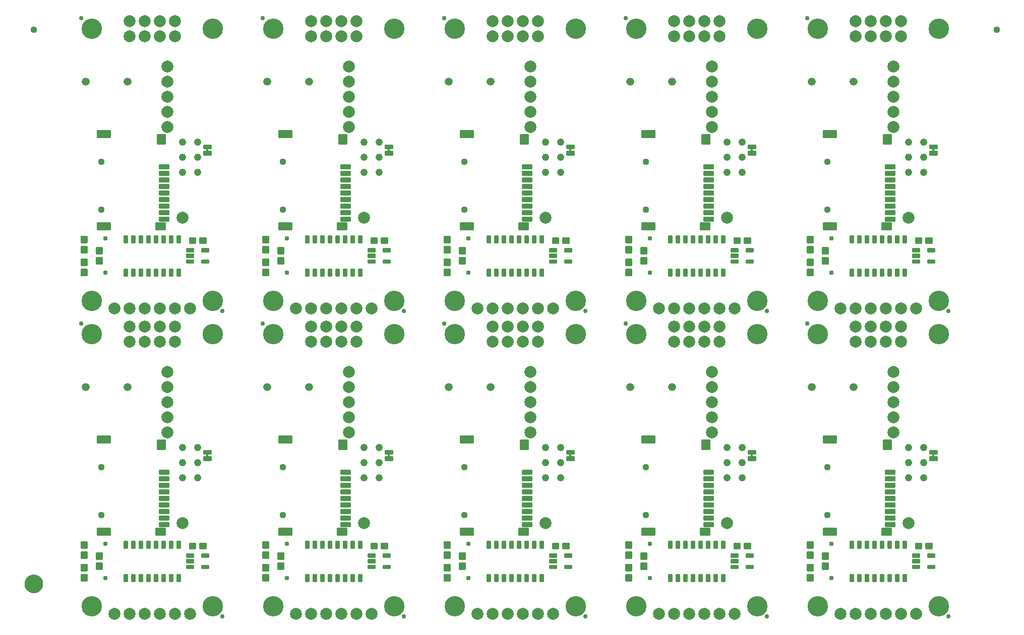
<source format=gbs>
G04 EAGLE Gerber RS-274X export*
G75*
%MOMM*%
%FSLAX34Y34*%
%LPD*%
%INSoldermask Bottom*%
%IPPOS*%
%AMOC8*
5,1,8,0,0,1.08239X$1,22.5*%
G01*
%ADD10C,3.429000*%
%ADD11C,2.006600*%
%ADD12C,0.762000*%
%ADD13C,1.221313*%
%ADD14C,1.327000*%
%ADD15C,0.223409*%
%ADD16C,0.225400*%
%ADD17C,0.777000*%
%ADD18C,0.228344*%
%ADD19C,0.231559*%
%ADD20C,1.127000*%
%ADD21C,0.225588*%
%ADD22C,0.229050*%
%ADD23C,0.225369*%
%ADD24C,1.270000*%
%ADD25C,1.627000*%

G36*
X1440245Y789952D02*
X1440245Y789952D01*
X1440311Y789954D01*
X1440354Y789972D01*
X1440401Y789980D01*
X1440458Y790014D01*
X1440518Y790039D01*
X1440553Y790070D01*
X1440594Y790095D01*
X1440636Y790146D01*
X1440684Y790190D01*
X1440706Y790232D01*
X1440735Y790269D01*
X1440756Y790331D01*
X1440787Y790390D01*
X1440795Y790444D01*
X1440807Y790481D01*
X1440806Y790521D01*
X1440814Y790575D01*
X1440814Y794385D01*
X1440803Y794450D01*
X1440801Y794516D01*
X1440783Y794559D01*
X1440775Y794606D01*
X1440741Y794663D01*
X1440716Y794723D01*
X1440685Y794758D01*
X1440660Y794799D01*
X1440609Y794841D01*
X1440565Y794889D01*
X1440523Y794911D01*
X1440486Y794940D01*
X1440424Y794961D01*
X1440365Y794992D01*
X1440311Y795000D01*
X1440274Y795012D01*
X1440234Y795011D01*
X1440180Y795019D01*
X1437640Y795019D01*
X1437575Y795008D01*
X1437509Y795006D01*
X1437466Y794988D01*
X1437419Y794980D01*
X1437362Y794946D01*
X1437302Y794921D01*
X1437267Y794890D01*
X1437226Y794865D01*
X1437185Y794814D01*
X1437136Y794770D01*
X1437114Y794728D01*
X1437085Y794691D01*
X1437064Y794629D01*
X1437033Y794570D01*
X1437025Y794516D01*
X1437013Y794479D01*
X1437013Y794475D01*
X1437013Y794474D01*
X1437014Y794439D01*
X1437006Y794385D01*
X1437006Y790575D01*
X1437017Y790510D01*
X1437019Y790444D01*
X1437037Y790401D01*
X1437045Y790354D01*
X1437079Y790297D01*
X1437104Y790237D01*
X1437135Y790202D01*
X1437160Y790161D01*
X1437211Y790120D01*
X1437255Y790071D01*
X1437297Y790049D01*
X1437334Y790020D01*
X1437396Y789999D01*
X1437455Y789968D01*
X1437509Y789960D01*
X1437546Y789948D01*
X1437586Y789949D01*
X1437640Y789941D01*
X1440180Y789941D01*
X1440245Y789952D01*
G37*
G36*
X1135445Y789952D02*
X1135445Y789952D01*
X1135511Y789954D01*
X1135554Y789972D01*
X1135601Y789980D01*
X1135658Y790014D01*
X1135718Y790039D01*
X1135753Y790070D01*
X1135794Y790095D01*
X1135836Y790146D01*
X1135884Y790190D01*
X1135906Y790232D01*
X1135935Y790269D01*
X1135956Y790331D01*
X1135987Y790390D01*
X1135995Y790444D01*
X1136007Y790481D01*
X1136006Y790521D01*
X1136014Y790575D01*
X1136014Y794385D01*
X1136003Y794450D01*
X1136001Y794516D01*
X1135983Y794559D01*
X1135975Y794606D01*
X1135941Y794663D01*
X1135916Y794723D01*
X1135885Y794758D01*
X1135860Y794799D01*
X1135809Y794841D01*
X1135765Y794889D01*
X1135723Y794911D01*
X1135686Y794940D01*
X1135624Y794961D01*
X1135565Y794992D01*
X1135511Y795000D01*
X1135474Y795012D01*
X1135434Y795011D01*
X1135380Y795019D01*
X1132840Y795019D01*
X1132775Y795008D01*
X1132709Y795006D01*
X1132666Y794988D01*
X1132619Y794980D01*
X1132562Y794946D01*
X1132502Y794921D01*
X1132467Y794890D01*
X1132426Y794865D01*
X1132385Y794814D01*
X1132336Y794770D01*
X1132314Y794728D01*
X1132285Y794691D01*
X1132264Y794629D01*
X1132233Y794570D01*
X1132225Y794516D01*
X1132213Y794479D01*
X1132213Y794475D01*
X1132213Y794474D01*
X1132214Y794439D01*
X1132206Y794385D01*
X1132206Y790575D01*
X1132217Y790510D01*
X1132219Y790444D01*
X1132237Y790401D01*
X1132245Y790354D01*
X1132279Y790297D01*
X1132304Y790237D01*
X1132335Y790202D01*
X1132360Y790161D01*
X1132411Y790120D01*
X1132455Y790071D01*
X1132497Y790049D01*
X1132534Y790020D01*
X1132596Y789999D01*
X1132655Y789968D01*
X1132709Y789960D01*
X1132746Y789948D01*
X1132786Y789949D01*
X1132840Y789941D01*
X1135380Y789941D01*
X1135445Y789952D01*
G37*
G36*
X830645Y789952D02*
X830645Y789952D01*
X830711Y789954D01*
X830754Y789972D01*
X830801Y789980D01*
X830858Y790014D01*
X830918Y790039D01*
X830953Y790070D01*
X830994Y790095D01*
X831036Y790146D01*
X831084Y790190D01*
X831106Y790232D01*
X831135Y790269D01*
X831156Y790331D01*
X831187Y790390D01*
X831195Y790444D01*
X831207Y790481D01*
X831206Y790521D01*
X831214Y790575D01*
X831214Y794385D01*
X831203Y794450D01*
X831201Y794516D01*
X831183Y794559D01*
X831175Y794606D01*
X831141Y794663D01*
X831116Y794723D01*
X831085Y794758D01*
X831060Y794799D01*
X831009Y794841D01*
X830965Y794889D01*
X830923Y794911D01*
X830886Y794940D01*
X830824Y794961D01*
X830765Y794992D01*
X830711Y795000D01*
X830674Y795012D01*
X830634Y795011D01*
X830580Y795019D01*
X828040Y795019D01*
X827975Y795008D01*
X827909Y795006D01*
X827866Y794988D01*
X827819Y794980D01*
X827762Y794946D01*
X827702Y794921D01*
X827667Y794890D01*
X827626Y794865D01*
X827585Y794814D01*
X827536Y794770D01*
X827514Y794728D01*
X827485Y794691D01*
X827464Y794629D01*
X827433Y794570D01*
X827425Y794516D01*
X827413Y794479D01*
X827413Y794475D01*
X827413Y794474D01*
X827414Y794439D01*
X827406Y794385D01*
X827406Y790575D01*
X827417Y790510D01*
X827419Y790444D01*
X827437Y790401D01*
X827445Y790354D01*
X827479Y790297D01*
X827504Y790237D01*
X827535Y790202D01*
X827560Y790161D01*
X827611Y790120D01*
X827655Y790071D01*
X827697Y790049D01*
X827734Y790020D01*
X827796Y789999D01*
X827855Y789968D01*
X827909Y789960D01*
X827946Y789948D01*
X827986Y789949D01*
X828040Y789941D01*
X830580Y789941D01*
X830645Y789952D01*
G37*
G36*
X525845Y789952D02*
X525845Y789952D01*
X525911Y789954D01*
X525954Y789972D01*
X526001Y789980D01*
X526058Y790014D01*
X526118Y790039D01*
X526153Y790070D01*
X526194Y790095D01*
X526236Y790146D01*
X526284Y790190D01*
X526306Y790232D01*
X526335Y790269D01*
X526356Y790331D01*
X526387Y790390D01*
X526395Y790444D01*
X526407Y790481D01*
X526406Y790521D01*
X526414Y790575D01*
X526414Y794385D01*
X526403Y794450D01*
X526401Y794516D01*
X526383Y794559D01*
X526375Y794606D01*
X526341Y794663D01*
X526316Y794723D01*
X526285Y794758D01*
X526260Y794799D01*
X526209Y794841D01*
X526165Y794889D01*
X526123Y794911D01*
X526086Y794940D01*
X526024Y794961D01*
X525965Y794992D01*
X525911Y795000D01*
X525874Y795012D01*
X525834Y795011D01*
X525780Y795019D01*
X523240Y795019D01*
X523175Y795008D01*
X523109Y795006D01*
X523066Y794988D01*
X523019Y794980D01*
X522962Y794946D01*
X522902Y794921D01*
X522867Y794890D01*
X522826Y794865D01*
X522785Y794814D01*
X522736Y794770D01*
X522714Y794728D01*
X522685Y794691D01*
X522664Y794629D01*
X522633Y794570D01*
X522625Y794516D01*
X522613Y794479D01*
X522613Y794475D01*
X522613Y794474D01*
X522614Y794439D01*
X522606Y794385D01*
X522606Y790575D01*
X522617Y790510D01*
X522619Y790444D01*
X522637Y790401D01*
X522645Y790354D01*
X522679Y790297D01*
X522704Y790237D01*
X522735Y790202D01*
X522760Y790161D01*
X522811Y790120D01*
X522855Y790071D01*
X522897Y790049D01*
X522934Y790020D01*
X522996Y789999D01*
X523055Y789968D01*
X523109Y789960D01*
X523146Y789948D01*
X523186Y789949D01*
X523240Y789941D01*
X525780Y789941D01*
X525845Y789952D01*
G37*
G36*
X221045Y789952D02*
X221045Y789952D01*
X221111Y789954D01*
X221154Y789972D01*
X221201Y789980D01*
X221258Y790014D01*
X221318Y790039D01*
X221353Y790070D01*
X221394Y790095D01*
X221436Y790146D01*
X221484Y790190D01*
X221506Y790232D01*
X221535Y790269D01*
X221556Y790331D01*
X221587Y790390D01*
X221595Y790444D01*
X221607Y790481D01*
X221606Y790521D01*
X221614Y790575D01*
X221614Y794385D01*
X221603Y794450D01*
X221601Y794516D01*
X221583Y794559D01*
X221575Y794606D01*
X221541Y794663D01*
X221516Y794723D01*
X221485Y794758D01*
X221460Y794799D01*
X221409Y794841D01*
X221365Y794889D01*
X221323Y794911D01*
X221286Y794940D01*
X221224Y794961D01*
X221165Y794992D01*
X221111Y795000D01*
X221074Y795012D01*
X221034Y795011D01*
X220980Y795019D01*
X218440Y795019D01*
X218375Y795008D01*
X218309Y795006D01*
X218266Y794988D01*
X218219Y794980D01*
X218162Y794946D01*
X218102Y794921D01*
X218067Y794890D01*
X218026Y794865D01*
X217985Y794814D01*
X217936Y794770D01*
X217914Y794728D01*
X217885Y794691D01*
X217864Y794629D01*
X217833Y794570D01*
X217825Y794516D01*
X217813Y794479D01*
X217813Y794475D01*
X217813Y794474D01*
X217814Y794439D01*
X217806Y794385D01*
X217806Y790575D01*
X217817Y790510D01*
X217819Y790444D01*
X217837Y790401D01*
X217845Y790354D01*
X217879Y790297D01*
X217904Y790237D01*
X217935Y790202D01*
X217960Y790161D01*
X218011Y790120D01*
X218055Y790071D01*
X218097Y790049D01*
X218134Y790020D01*
X218196Y789999D01*
X218255Y789968D01*
X218309Y789960D01*
X218346Y789948D01*
X218386Y789949D01*
X218440Y789941D01*
X220980Y789941D01*
X221045Y789952D01*
G37*
G36*
X1440245Y276872D02*
X1440245Y276872D01*
X1440311Y276874D01*
X1440354Y276892D01*
X1440401Y276900D01*
X1440458Y276934D01*
X1440518Y276959D01*
X1440553Y276990D01*
X1440594Y277015D01*
X1440636Y277066D01*
X1440684Y277110D01*
X1440706Y277152D01*
X1440735Y277189D01*
X1440756Y277251D01*
X1440787Y277310D01*
X1440795Y277364D01*
X1440807Y277401D01*
X1440806Y277441D01*
X1440814Y277495D01*
X1440814Y281305D01*
X1440803Y281370D01*
X1440801Y281436D01*
X1440783Y281479D01*
X1440775Y281526D01*
X1440741Y281583D01*
X1440716Y281643D01*
X1440685Y281678D01*
X1440660Y281719D01*
X1440609Y281761D01*
X1440565Y281809D01*
X1440523Y281831D01*
X1440486Y281860D01*
X1440424Y281881D01*
X1440365Y281912D01*
X1440311Y281920D01*
X1440274Y281932D01*
X1440234Y281931D01*
X1440180Y281939D01*
X1437640Y281939D01*
X1437575Y281928D01*
X1437509Y281926D01*
X1437466Y281908D01*
X1437419Y281900D01*
X1437362Y281866D01*
X1437302Y281841D01*
X1437267Y281810D01*
X1437226Y281785D01*
X1437185Y281734D01*
X1437136Y281690D01*
X1437114Y281648D01*
X1437085Y281611D01*
X1437064Y281549D01*
X1437033Y281490D01*
X1437025Y281436D01*
X1437013Y281399D01*
X1437013Y281395D01*
X1437013Y281394D01*
X1437014Y281359D01*
X1437006Y281305D01*
X1437006Y277495D01*
X1437017Y277430D01*
X1437019Y277364D01*
X1437037Y277321D01*
X1437045Y277274D01*
X1437079Y277217D01*
X1437104Y277157D01*
X1437135Y277122D01*
X1437160Y277081D01*
X1437211Y277040D01*
X1437255Y276991D01*
X1437297Y276969D01*
X1437334Y276940D01*
X1437396Y276919D01*
X1437455Y276888D01*
X1437509Y276880D01*
X1437546Y276868D01*
X1437586Y276869D01*
X1437640Y276861D01*
X1440180Y276861D01*
X1440245Y276872D01*
G37*
G36*
X1135445Y276872D02*
X1135445Y276872D01*
X1135511Y276874D01*
X1135554Y276892D01*
X1135601Y276900D01*
X1135658Y276934D01*
X1135718Y276959D01*
X1135753Y276990D01*
X1135794Y277015D01*
X1135836Y277066D01*
X1135884Y277110D01*
X1135906Y277152D01*
X1135935Y277189D01*
X1135956Y277251D01*
X1135987Y277310D01*
X1135995Y277364D01*
X1136007Y277401D01*
X1136006Y277441D01*
X1136014Y277495D01*
X1136014Y281305D01*
X1136003Y281370D01*
X1136001Y281436D01*
X1135983Y281479D01*
X1135975Y281526D01*
X1135941Y281583D01*
X1135916Y281643D01*
X1135885Y281678D01*
X1135860Y281719D01*
X1135809Y281761D01*
X1135765Y281809D01*
X1135723Y281831D01*
X1135686Y281860D01*
X1135624Y281881D01*
X1135565Y281912D01*
X1135511Y281920D01*
X1135474Y281932D01*
X1135434Y281931D01*
X1135380Y281939D01*
X1132840Y281939D01*
X1132775Y281928D01*
X1132709Y281926D01*
X1132666Y281908D01*
X1132619Y281900D01*
X1132562Y281866D01*
X1132502Y281841D01*
X1132467Y281810D01*
X1132426Y281785D01*
X1132385Y281734D01*
X1132336Y281690D01*
X1132314Y281648D01*
X1132285Y281611D01*
X1132264Y281549D01*
X1132233Y281490D01*
X1132225Y281436D01*
X1132213Y281399D01*
X1132213Y281395D01*
X1132213Y281394D01*
X1132214Y281359D01*
X1132206Y281305D01*
X1132206Y277495D01*
X1132217Y277430D01*
X1132219Y277364D01*
X1132237Y277321D01*
X1132245Y277274D01*
X1132279Y277217D01*
X1132304Y277157D01*
X1132335Y277122D01*
X1132360Y277081D01*
X1132411Y277040D01*
X1132455Y276991D01*
X1132497Y276969D01*
X1132534Y276940D01*
X1132596Y276919D01*
X1132655Y276888D01*
X1132709Y276880D01*
X1132746Y276868D01*
X1132786Y276869D01*
X1132840Y276861D01*
X1135380Y276861D01*
X1135445Y276872D01*
G37*
G36*
X830645Y276872D02*
X830645Y276872D01*
X830711Y276874D01*
X830754Y276892D01*
X830801Y276900D01*
X830858Y276934D01*
X830918Y276959D01*
X830953Y276990D01*
X830994Y277015D01*
X831036Y277066D01*
X831084Y277110D01*
X831106Y277152D01*
X831135Y277189D01*
X831156Y277251D01*
X831187Y277310D01*
X831195Y277364D01*
X831207Y277401D01*
X831206Y277441D01*
X831214Y277495D01*
X831214Y281305D01*
X831203Y281370D01*
X831201Y281436D01*
X831183Y281479D01*
X831175Y281526D01*
X831141Y281583D01*
X831116Y281643D01*
X831085Y281678D01*
X831060Y281719D01*
X831009Y281761D01*
X830965Y281809D01*
X830923Y281831D01*
X830886Y281860D01*
X830824Y281881D01*
X830765Y281912D01*
X830711Y281920D01*
X830674Y281932D01*
X830634Y281931D01*
X830580Y281939D01*
X828040Y281939D01*
X827975Y281928D01*
X827909Y281926D01*
X827866Y281908D01*
X827819Y281900D01*
X827762Y281866D01*
X827702Y281841D01*
X827667Y281810D01*
X827626Y281785D01*
X827585Y281734D01*
X827536Y281690D01*
X827514Y281648D01*
X827485Y281611D01*
X827464Y281549D01*
X827433Y281490D01*
X827425Y281436D01*
X827413Y281399D01*
X827413Y281395D01*
X827413Y281394D01*
X827414Y281359D01*
X827406Y281305D01*
X827406Y277495D01*
X827417Y277430D01*
X827419Y277364D01*
X827437Y277321D01*
X827445Y277274D01*
X827479Y277217D01*
X827504Y277157D01*
X827535Y277122D01*
X827560Y277081D01*
X827611Y277040D01*
X827655Y276991D01*
X827697Y276969D01*
X827734Y276940D01*
X827796Y276919D01*
X827855Y276888D01*
X827909Y276880D01*
X827946Y276868D01*
X827986Y276869D01*
X828040Y276861D01*
X830580Y276861D01*
X830645Y276872D01*
G37*
G36*
X525845Y276872D02*
X525845Y276872D01*
X525911Y276874D01*
X525954Y276892D01*
X526001Y276900D01*
X526058Y276934D01*
X526118Y276959D01*
X526153Y276990D01*
X526194Y277015D01*
X526236Y277066D01*
X526284Y277110D01*
X526306Y277152D01*
X526335Y277189D01*
X526356Y277251D01*
X526387Y277310D01*
X526395Y277364D01*
X526407Y277401D01*
X526406Y277441D01*
X526414Y277495D01*
X526414Y281305D01*
X526403Y281370D01*
X526401Y281436D01*
X526383Y281479D01*
X526375Y281526D01*
X526341Y281583D01*
X526316Y281643D01*
X526285Y281678D01*
X526260Y281719D01*
X526209Y281761D01*
X526165Y281809D01*
X526123Y281831D01*
X526086Y281860D01*
X526024Y281881D01*
X525965Y281912D01*
X525911Y281920D01*
X525874Y281932D01*
X525834Y281931D01*
X525780Y281939D01*
X523240Y281939D01*
X523175Y281928D01*
X523109Y281926D01*
X523066Y281908D01*
X523019Y281900D01*
X522962Y281866D01*
X522902Y281841D01*
X522867Y281810D01*
X522826Y281785D01*
X522785Y281734D01*
X522736Y281690D01*
X522714Y281648D01*
X522685Y281611D01*
X522664Y281549D01*
X522633Y281490D01*
X522625Y281436D01*
X522613Y281399D01*
X522613Y281395D01*
X522613Y281394D01*
X522614Y281359D01*
X522606Y281305D01*
X522606Y277495D01*
X522617Y277430D01*
X522619Y277364D01*
X522637Y277321D01*
X522645Y277274D01*
X522679Y277217D01*
X522704Y277157D01*
X522735Y277122D01*
X522760Y277081D01*
X522811Y277040D01*
X522855Y276991D01*
X522897Y276969D01*
X522934Y276940D01*
X522996Y276919D01*
X523055Y276888D01*
X523109Y276880D01*
X523146Y276868D01*
X523186Y276869D01*
X523240Y276861D01*
X525780Y276861D01*
X525845Y276872D01*
G37*
G36*
X221045Y276872D02*
X221045Y276872D01*
X221111Y276874D01*
X221154Y276892D01*
X221201Y276900D01*
X221258Y276934D01*
X221318Y276959D01*
X221353Y276990D01*
X221394Y277015D01*
X221436Y277066D01*
X221484Y277110D01*
X221506Y277152D01*
X221535Y277189D01*
X221556Y277251D01*
X221587Y277310D01*
X221595Y277364D01*
X221607Y277401D01*
X221606Y277441D01*
X221614Y277495D01*
X221614Y281305D01*
X221603Y281370D01*
X221601Y281436D01*
X221583Y281479D01*
X221575Y281526D01*
X221541Y281583D01*
X221516Y281643D01*
X221485Y281678D01*
X221460Y281719D01*
X221409Y281761D01*
X221365Y281809D01*
X221323Y281831D01*
X221286Y281860D01*
X221224Y281881D01*
X221165Y281912D01*
X221111Y281920D01*
X221074Y281932D01*
X221034Y281931D01*
X220980Y281939D01*
X218440Y281939D01*
X218375Y281928D01*
X218309Y281926D01*
X218266Y281908D01*
X218219Y281900D01*
X218162Y281866D01*
X218102Y281841D01*
X218067Y281810D01*
X218026Y281785D01*
X217985Y281734D01*
X217936Y281690D01*
X217914Y281648D01*
X217885Y281611D01*
X217864Y281549D01*
X217833Y281490D01*
X217825Y281436D01*
X217813Y281399D01*
X217813Y281395D01*
X217813Y281394D01*
X217814Y281359D01*
X217806Y281305D01*
X217806Y277495D01*
X217817Y277430D01*
X217819Y277364D01*
X217837Y277321D01*
X217845Y277274D01*
X217879Y277217D01*
X217904Y277157D01*
X217935Y277122D01*
X217960Y277081D01*
X218011Y277040D01*
X218055Y276991D01*
X218097Y276969D01*
X218134Y276940D01*
X218196Y276919D01*
X218255Y276888D01*
X218309Y276880D01*
X218346Y276868D01*
X218386Y276869D01*
X218440Y276861D01*
X220980Y276861D01*
X221045Y276872D01*
G37*
D10*
X25400Y482600D03*
X228600Y482600D03*
D11*
X63500Y12700D03*
X88900Y12700D03*
X114300Y12700D03*
X139700Y12700D03*
X165100Y12700D03*
D12*
X7620Y500380D03*
X245110Y8890D03*
D11*
X190500Y12700D03*
X152400Y419100D03*
X152400Y393700D03*
X152400Y368300D03*
X152400Y342900D03*
X152400Y317500D03*
X165100Y495300D03*
X139700Y495300D03*
X114300Y495300D03*
X88900Y495300D03*
X165100Y469900D03*
X139700Y469900D03*
X114300Y469900D03*
X88900Y469900D03*
D13*
X177800Y292100D03*
X177800Y266700D03*
X177800Y241300D03*
X203200Y292100D03*
X203200Y266700D03*
X203200Y241300D03*
D10*
X25400Y25400D03*
X228600Y25400D03*
D14*
X16000Y393700D03*
X86000Y393700D03*
D15*
X195717Y94368D02*
X195717Y89832D01*
X184681Y89832D01*
X184681Y94368D01*
X195717Y94368D01*
X195717Y91954D02*
X184681Y91954D01*
X184681Y94076D02*
X195717Y94076D01*
X195717Y99332D02*
X195717Y103868D01*
X195717Y99332D02*
X184681Y99332D01*
X184681Y103868D01*
X195717Y103868D01*
X195717Y101454D02*
X184681Y101454D01*
X184681Y103576D02*
X195717Y103576D01*
X195717Y108832D02*
X195717Y113368D01*
X195717Y108832D02*
X184681Y108832D01*
X184681Y113368D01*
X195717Y113368D01*
X195717Y110954D02*
X184681Y110954D01*
X184681Y113076D02*
X195717Y113076D01*
X221719Y113368D02*
X221719Y108832D01*
X210683Y108832D01*
X210683Y113368D01*
X221719Y113368D01*
X221719Y110954D02*
X210683Y110954D01*
X210683Y113076D02*
X221719Y113076D01*
X221719Y94368D02*
X221719Y89832D01*
X210683Y89832D01*
X210683Y94368D01*
X221719Y94368D01*
X221719Y91954D02*
X210683Y91954D01*
X210683Y94076D02*
X221719Y94076D01*
D16*
X216708Y131508D02*
X206692Y131508D01*
X216708Y131508D02*
X216708Y122492D01*
X206692Y122492D01*
X206692Y131508D01*
X206692Y124633D02*
X216708Y124633D01*
X216708Y126774D02*
X206692Y126774D01*
X206692Y128915D02*
X216708Y128915D01*
X216708Y131056D02*
X206692Y131056D01*
X199708Y131508D02*
X189692Y131508D01*
X199708Y131508D02*
X199708Y122492D01*
X189692Y122492D01*
X189692Y131508D01*
X189692Y124633D02*
X199708Y124633D01*
X199708Y126774D02*
X189692Y126774D01*
X189692Y128915D02*
X199708Y128915D01*
X199708Y131056D02*
X189692Y131056D01*
X33592Y115108D02*
X33592Y105092D01*
X33592Y115108D02*
X42608Y115108D01*
X42608Y105092D01*
X33592Y105092D01*
X33592Y107233D02*
X42608Y107233D01*
X42608Y109374D02*
X33592Y109374D01*
X33592Y111515D02*
X42608Y111515D01*
X42608Y113656D02*
X33592Y113656D01*
X33592Y98108D02*
X33592Y88092D01*
X33592Y98108D02*
X42608Y98108D01*
X42608Y88092D01*
X33592Y88092D01*
X33592Y90233D02*
X42608Y90233D01*
X42608Y92374D02*
X33592Y92374D01*
X33592Y94515D02*
X42608Y94515D01*
X42608Y96656D02*
X33592Y96656D01*
D17*
X49050Y130500D03*
X49050Y72700D03*
D16*
X17208Y69042D02*
X17208Y79058D01*
X17208Y69042D02*
X8192Y69042D01*
X8192Y79058D01*
X17208Y79058D01*
X17208Y71183D02*
X8192Y71183D01*
X8192Y73324D02*
X17208Y73324D01*
X17208Y75465D02*
X8192Y75465D01*
X8192Y77606D02*
X17208Y77606D01*
X17208Y86042D02*
X17208Y96058D01*
X17208Y86042D02*
X8192Y86042D01*
X8192Y96058D01*
X17208Y96058D01*
X17208Y88183D02*
X8192Y88183D01*
X8192Y90324D02*
X17208Y90324D01*
X17208Y92465D02*
X8192Y92465D01*
X8192Y94606D02*
X17208Y94606D01*
X8192Y124142D02*
X8192Y134158D01*
X17208Y134158D01*
X17208Y124142D01*
X8192Y124142D01*
X8192Y126283D02*
X17208Y126283D01*
X17208Y128424D02*
X8192Y128424D01*
X8192Y130565D02*
X17208Y130565D01*
X17208Y132706D02*
X8192Y132706D01*
X8192Y117158D02*
X8192Y107142D01*
X8192Y117158D02*
X17208Y117158D01*
X17208Y107142D01*
X8192Y107142D01*
X8192Y109283D02*
X17208Y109283D01*
X17208Y111424D02*
X8192Y111424D01*
X8192Y113565D02*
X17208Y113565D01*
X17208Y115706D02*
X8192Y115706D01*
D18*
X225554Y271397D02*
X225554Y276989D01*
X225554Y271397D02*
X213866Y271397D01*
X213866Y276989D01*
X225554Y276989D01*
X225554Y273566D02*
X213866Y273566D01*
X213866Y275735D02*
X225554Y275735D01*
X225554Y281811D02*
X225554Y287403D01*
X225554Y281811D02*
X213866Y281811D01*
X213866Y287403D01*
X225554Y287403D01*
X225554Y283980D02*
X213866Y283980D01*
X213866Y286149D02*
X225554Y286149D01*
D19*
X154387Y226123D02*
X139433Y226123D01*
X139433Y232077D01*
X154387Y232077D01*
X154387Y226123D01*
X154387Y228323D02*
X139433Y228323D01*
X139433Y230523D02*
X154387Y230523D01*
X154387Y237123D02*
X139433Y237123D01*
X139433Y243077D01*
X154387Y243077D01*
X154387Y237123D01*
X154387Y239323D02*
X139433Y239323D01*
X139433Y241523D02*
X154387Y241523D01*
X154387Y248123D02*
X139433Y248123D01*
X139433Y254077D01*
X154387Y254077D01*
X154387Y248123D01*
X154387Y250323D02*
X139433Y250323D01*
X139433Y252523D02*
X154387Y252523D01*
X154387Y215123D02*
X139433Y215123D01*
X139433Y221077D01*
X154387Y221077D01*
X154387Y215123D01*
X154387Y217323D02*
X139433Y217323D01*
X139433Y219523D02*
X154387Y219523D01*
X154387Y204123D02*
X139433Y204123D01*
X139433Y210077D01*
X154387Y210077D01*
X154387Y204123D01*
X154387Y206323D02*
X139433Y206323D01*
X139433Y208523D02*
X154387Y208523D01*
X154387Y193123D02*
X139433Y193123D01*
X139433Y199077D01*
X154387Y199077D01*
X154387Y193123D01*
X154387Y195323D02*
X139433Y195323D01*
X139433Y197523D02*
X154387Y197523D01*
X154387Y182123D02*
X139433Y182123D01*
X139433Y188077D01*
X154387Y188077D01*
X154387Y182123D01*
X154387Y184323D02*
X139433Y184323D01*
X139433Y186523D02*
X154387Y186523D01*
X154387Y171123D02*
X139433Y171123D01*
X139433Y177077D01*
X154387Y177077D01*
X154387Y171123D01*
X154387Y173323D02*
X139433Y173323D01*
X139433Y175523D02*
X154387Y175523D01*
X154387Y160123D02*
X139433Y160123D01*
X139433Y166077D01*
X154387Y166077D01*
X154387Y160123D01*
X154387Y162323D02*
X139433Y162323D01*
X139433Y164523D02*
X154387Y164523D01*
D20*
X41910Y259100D03*
X41910Y179100D03*
D21*
X56417Y300593D02*
X56417Y311607D01*
X56417Y300593D02*
X35403Y300593D01*
X35403Y311607D01*
X56417Y311607D01*
X56417Y302736D02*
X35403Y302736D01*
X35403Y304879D02*
X56417Y304879D01*
X56417Y307022D02*
X35403Y307022D01*
X35403Y309165D02*
X56417Y309165D01*
X56417Y311308D02*
X35403Y311308D01*
X56417Y156607D02*
X56417Y145593D01*
X35403Y145593D01*
X35403Y156607D01*
X56417Y156607D01*
X56417Y147736D02*
X35403Y147736D01*
X35403Y149879D02*
X56417Y149879D01*
X56417Y152022D02*
X35403Y152022D01*
X35403Y154165D02*
X56417Y154165D01*
X56417Y156308D02*
X35403Y156308D01*
D22*
X148400Y289610D02*
X148400Y304590D01*
X148400Y289610D02*
X135420Y289610D01*
X135420Y304590D01*
X148400Y304590D01*
X148400Y291786D02*
X135420Y291786D01*
X135420Y293962D02*
X148400Y293962D01*
X148400Y296138D02*
X135420Y296138D01*
X135420Y298314D02*
X148400Y298314D01*
X148400Y300490D02*
X135420Y300490D01*
X135420Y302666D02*
X148400Y302666D01*
D21*
X148417Y156607D02*
X148417Y145593D01*
X133403Y145593D01*
X133403Y156607D01*
X148417Y156607D01*
X148417Y147736D02*
X133403Y147736D01*
X133403Y149879D02*
X148417Y149879D01*
X148417Y152022D02*
X133403Y152022D01*
X133403Y154165D02*
X148417Y154165D01*
X148417Y156308D02*
X133403Y156308D01*
D23*
X168942Y79108D02*
X173958Y79108D01*
X173958Y68092D01*
X168942Y68092D01*
X168942Y79108D01*
X168942Y70233D02*
X173958Y70233D01*
X173958Y72374D02*
X168942Y72374D01*
X168942Y74515D02*
X173958Y74515D01*
X173958Y76656D02*
X168942Y76656D01*
X168942Y78797D02*
X173958Y78797D01*
X161258Y79108D02*
X156242Y79108D01*
X161258Y79108D02*
X161258Y68092D01*
X156242Y68092D01*
X156242Y79108D01*
X156242Y70233D02*
X161258Y70233D01*
X161258Y72374D02*
X156242Y72374D01*
X156242Y74515D02*
X161258Y74515D01*
X161258Y76656D02*
X156242Y76656D01*
X156242Y78797D02*
X161258Y78797D01*
X148558Y79108D02*
X143542Y79108D01*
X148558Y79108D02*
X148558Y68092D01*
X143542Y68092D01*
X143542Y79108D01*
X143542Y70233D02*
X148558Y70233D01*
X148558Y72374D02*
X143542Y72374D01*
X143542Y74515D02*
X148558Y74515D01*
X148558Y76656D02*
X143542Y76656D01*
X143542Y78797D02*
X148558Y78797D01*
X135858Y79108D02*
X130842Y79108D01*
X135858Y79108D02*
X135858Y68092D01*
X130842Y68092D01*
X130842Y79108D01*
X130842Y70233D02*
X135858Y70233D01*
X135858Y72374D02*
X130842Y72374D01*
X130842Y74515D02*
X135858Y74515D01*
X135858Y76656D02*
X130842Y76656D01*
X130842Y78797D02*
X135858Y78797D01*
X123158Y79108D02*
X118142Y79108D01*
X123158Y79108D02*
X123158Y68092D01*
X118142Y68092D01*
X118142Y79108D01*
X118142Y70233D02*
X123158Y70233D01*
X123158Y72374D02*
X118142Y72374D01*
X118142Y74515D02*
X123158Y74515D01*
X123158Y76656D02*
X118142Y76656D01*
X118142Y78797D02*
X123158Y78797D01*
X110458Y79108D02*
X105442Y79108D01*
X110458Y79108D02*
X110458Y68092D01*
X105442Y68092D01*
X105442Y79108D01*
X105442Y70233D02*
X110458Y70233D01*
X110458Y72374D02*
X105442Y72374D01*
X105442Y74515D02*
X110458Y74515D01*
X110458Y76656D02*
X105442Y76656D01*
X105442Y78797D02*
X110458Y78797D01*
X97758Y79108D02*
X92742Y79108D01*
X97758Y79108D02*
X97758Y68092D01*
X92742Y68092D01*
X92742Y79108D01*
X92742Y70233D02*
X97758Y70233D01*
X97758Y72374D02*
X92742Y72374D01*
X92742Y74515D02*
X97758Y74515D01*
X97758Y76656D02*
X92742Y76656D01*
X92742Y78797D02*
X97758Y78797D01*
X85058Y79108D02*
X80042Y79108D01*
X85058Y79108D02*
X85058Y68092D01*
X80042Y68092D01*
X80042Y79108D01*
X80042Y70233D02*
X85058Y70233D01*
X85058Y72374D02*
X80042Y72374D01*
X80042Y74515D02*
X85058Y74515D01*
X85058Y76656D02*
X80042Y76656D01*
X80042Y78797D02*
X85058Y78797D01*
X85058Y135108D02*
X80042Y135108D01*
X85058Y135108D02*
X85058Y124092D01*
X80042Y124092D01*
X80042Y135108D01*
X80042Y126233D02*
X85058Y126233D01*
X85058Y128374D02*
X80042Y128374D01*
X80042Y130515D02*
X85058Y130515D01*
X85058Y132656D02*
X80042Y132656D01*
X80042Y134797D02*
X85058Y134797D01*
X92742Y135108D02*
X97758Y135108D01*
X97758Y124092D01*
X92742Y124092D01*
X92742Y135108D01*
X92742Y126233D02*
X97758Y126233D01*
X97758Y128374D02*
X92742Y128374D01*
X92742Y130515D02*
X97758Y130515D01*
X97758Y132656D02*
X92742Y132656D01*
X92742Y134797D02*
X97758Y134797D01*
X105442Y135108D02*
X110458Y135108D01*
X110458Y124092D01*
X105442Y124092D01*
X105442Y135108D01*
X105442Y126233D02*
X110458Y126233D01*
X110458Y128374D02*
X105442Y128374D01*
X105442Y130515D02*
X110458Y130515D01*
X110458Y132656D02*
X105442Y132656D01*
X105442Y134797D02*
X110458Y134797D01*
X118142Y135108D02*
X123158Y135108D01*
X123158Y124092D01*
X118142Y124092D01*
X118142Y135108D01*
X118142Y126233D02*
X123158Y126233D01*
X123158Y128374D02*
X118142Y128374D01*
X118142Y130515D02*
X123158Y130515D01*
X123158Y132656D02*
X118142Y132656D01*
X118142Y134797D02*
X123158Y134797D01*
X130842Y135108D02*
X135858Y135108D01*
X135858Y124092D01*
X130842Y124092D01*
X130842Y135108D01*
X130842Y126233D02*
X135858Y126233D01*
X135858Y128374D02*
X130842Y128374D01*
X130842Y130515D02*
X135858Y130515D01*
X135858Y132656D02*
X130842Y132656D01*
X130842Y134797D02*
X135858Y134797D01*
X143542Y135108D02*
X148558Y135108D01*
X148558Y124092D01*
X143542Y124092D01*
X143542Y135108D01*
X143542Y126233D02*
X148558Y126233D01*
X148558Y128374D02*
X143542Y128374D01*
X143542Y130515D02*
X148558Y130515D01*
X148558Y132656D02*
X143542Y132656D01*
X143542Y134797D02*
X148558Y134797D01*
X156242Y135108D02*
X161258Y135108D01*
X161258Y124092D01*
X156242Y124092D01*
X156242Y135108D01*
X156242Y126233D02*
X161258Y126233D01*
X161258Y128374D02*
X156242Y128374D01*
X156242Y130515D02*
X161258Y130515D01*
X161258Y132656D02*
X156242Y132656D01*
X156242Y134797D02*
X161258Y134797D01*
X168942Y135108D02*
X173958Y135108D01*
X173958Y124092D01*
X168942Y124092D01*
X168942Y135108D01*
X168942Y126233D02*
X173958Y126233D01*
X173958Y128374D02*
X168942Y128374D01*
X168942Y130515D02*
X173958Y130515D01*
X173958Y132656D02*
X168942Y132656D01*
X168942Y134797D02*
X173958Y134797D01*
D11*
X177800Y165100D03*
D10*
X330200Y482600D03*
X533400Y482600D03*
D11*
X368300Y12700D03*
X393700Y12700D03*
X419100Y12700D03*
X444500Y12700D03*
X469900Y12700D03*
D12*
X312420Y500380D03*
X549910Y8890D03*
D11*
X495300Y12700D03*
X457200Y419100D03*
X457200Y393700D03*
X457200Y368300D03*
X457200Y342900D03*
X457200Y317500D03*
X469900Y495300D03*
X444500Y495300D03*
X419100Y495300D03*
X393700Y495300D03*
X469900Y469900D03*
X444500Y469900D03*
X419100Y469900D03*
X393700Y469900D03*
D13*
X482600Y292100D03*
X482600Y266700D03*
X482600Y241300D03*
X508000Y292100D03*
X508000Y266700D03*
X508000Y241300D03*
D10*
X330200Y25400D03*
X533400Y25400D03*
D14*
X320800Y393700D03*
X390800Y393700D03*
D15*
X500517Y94368D02*
X500517Y89832D01*
X489481Y89832D01*
X489481Y94368D01*
X500517Y94368D01*
X500517Y91954D02*
X489481Y91954D01*
X489481Y94076D02*
X500517Y94076D01*
X500517Y99332D02*
X500517Y103868D01*
X500517Y99332D02*
X489481Y99332D01*
X489481Y103868D01*
X500517Y103868D01*
X500517Y101454D02*
X489481Y101454D01*
X489481Y103576D02*
X500517Y103576D01*
X500517Y108832D02*
X500517Y113368D01*
X500517Y108832D02*
X489481Y108832D01*
X489481Y113368D01*
X500517Y113368D01*
X500517Y110954D02*
X489481Y110954D01*
X489481Y113076D02*
X500517Y113076D01*
X526519Y113368D02*
X526519Y108832D01*
X515483Y108832D01*
X515483Y113368D01*
X526519Y113368D01*
X526519Y110954D02*
X515483Y110954D01*
X515483Y113076D02*
X526519Y113076D01*
X526519Y94368D02*
X526519Y89832D01*
X515483Y89832D01*
X515483Y94368D01*
X526519Y94368D01*
X526519Y91954D02*
X515483Y91954D01*
X515483Y94076D02*
X526519Y94076D01*
D16*
X521508Y131508D02*
X511492Y131508D01*
X521508Y131508D02*
X521508Y122492D01*
X511492Y122492D01*
X511492Y131508D01*
X511492Y124633D02*
X521508Y124633D01*
X521508Y126774D02*
X511492Y126774D01*
X511492Y128915D02*
X521508Y128915D01*
X521508Y131056D02*
X511492Y131056D01*
X504508Y131508D02*
X494492Y131508D01*
X504508Y131508D02*
X504508Y122492D01*
X494492Y122492D01*
X494492Y131508D01*
X494492Y124633D02*
X504508Y124633D01*
X504508Y126774D02*
X494492Y126774D01*
X494492Y128915D02*
X504508Y128915D01*
X504508Y131056D02*
X494492Y131056D01*
X338392Y115108D02*
X338392Y105092D01*
X338392Y115108D02*
X347408Y115108D01*
X347408Y105092D01*
X338392Y105092D01*
X338392Y107233D02*
X347408Y107233D01*
X347408Y109374D02*
X338392Y109374D01*
X338392Y111515D02*
X347408Y111515D01*
X347408Y113656D02*
X338392Y113656D01*
X338392Y98108D02*
X338392Y88092D01*
X338392Y98108D02*
X347408Y98108D01*
X347408Y88092D01*
X338392Y88092D01*
X338392Y90233D02*
X347408Y90233D01*
X347408Y92374D02*
X338392Y92374D01*
X338392Y94515D02*
X347408Y94515D01*
X347408Y96656D02*
X338392Y96656D01*
D17*
X353850Y130500D03*
X353850Y72700D03*
D16*
X322008Y69042D02*
X322008Y79058D01*
X322008Y69042D02*
X312992Y69042D01*
X312992Y79058D01*
X322008Y79058D01*
X322008Y71183D02*
X312992Y71183D01*
X312992Y73324D02*
X322008Y73324D01*
X322008Y75465D02*
X312992Y75465D01*
X312992Y77606D02*
X322008Y77606D01*
X322008Y86042D02*
X322008Y96058D01*
X322008Y86042D02*
X312992Y86042D01*
X312992Y96058D01*
X322008Y96058D01*
X322008Y88183D02*
X312992Y88183D01*
X312992Y90324D02*
X322008Y90324D01*
X322008Y92465D02*
X312992Y92465D01*
X312992Y94606D02*
X322008Y94606D01*
X312992Y124142D02*
X312992Y134158D01*
X322008Y134158D01*
X322008Y124142D01*
X312992Y124142D01*
X312992Y126283D02*
X322008Y126283D01*
X322008Y128424D02*
X312992Y128424D01*
X312992Y130565D02*
X322008Y130565D01*
X322008Y132706D02*
X312992Y132706D01*
X312992Y117158D02*
X312992Y107142D01*
X312992Y117158D02*
X322008Y117158D01*
X322008Y107142D01*
X312992Y107142D01*
X312992Y109283D02*
X322008Y109283D01*
X322008Y111424D02*
X312992Y111424D01*
X312992Y113565D02*
X322008Y113565D01*
X322008Y115706D02*
X312992Y115706D01*
D18*
X530354Y271397D02*
X530354Y276989D01*
X530354Y271397D02*
X518666Y271397D01*
X518666Y276989D01*
X530354Y276989D01*
X530354Y273566D02*
X518666Y273566D01*
X518666Y275735D02*
X530354Y275735D01*
X530354Y281811D02*
X530354Y287403D01*
X530354Y281811D02*
X518666Y281811D01*
X518666Y287403D01*
X530354Y287403D01*
X530354Y283980D02*
X518666Y283980D01*
X518666Y286149D02*
X530354Y286149D01*
D19*
X459187Y226123D02*
X444233Y226123D01*
X444233Y232077D01*
X459187Y232077D01*
X459187Y226123D01*
X459187Y228323D02*
X444233Y228323D01*
X444233Y230523D02*
X459187Y230523D01*
X459187Y237123D02*
X444233Y237123D01*
X444233Y243077D01*
X459187Y243077D01*
X459187Y237123D01*
X459187Y239323D02*
X444233Y239323D01*
X444233Y241523D02*
X459187Y241523D01*
X459187Y248123D02*
X444233Y248123D01*
X444233Y254077D01*
X459187Y254077D01*
X459187Y248123D01*
X459187Y250323D02*
X444233Y250323D01*
X444233Y252523D02*
X459187Y252523D01*
X459187Y215123D02*
X444233Y215123D01*
X444233Y221077D01*
X459187Y221077D01*
X459187Y215123D01*
X459187Y217323D02*
X444233Y217323D01*
X444233Y219523D02*
X459187Y219523D01*
X459187Y204123D02*
X444233Y204123D01*
X444233Y210077D01*
X459187Y210077D01*
X459187Y204123D01*
X459187Y206323D02*
X444233Y206323D01*
X444233Y208523D02*
X459187Y208523D01*
X459187Y193123D02*
X444233Y193123D01*
X444233Y199077D01*
X459187Y199077D01*
X459187Y193123D01*
X459187Y195323D02*
X444233Y195323D01*
X444233Y197523D02*
X459187Y197523D01*
X459187Y182123D02*
X444233Y182123D01*
X444233Y188077D01*
X459187Y188077D01*
X459187Y182123D01*
X459187Y184323D02*
X444233Y184323D01*
X444233Y186523D02*
X459187Y186523D01*
X459187Y171123D02*
X444233Y171123D01*
X444233Y177077D01*
X459187Y177077D01*
X459187Y171123D01*
X459187Y173323D02*
X444233Y173323D01*
X444233Y175523D02*
X459187Y175523D01*
X459187Y160123D02*
X444233Y160123D01*
X444233Y166077D01*
X459187Y166077D01*
X459187Y160123D01*
X459187Y162323D02*
X444233Y162323D01*
X444233Y164523D02*
X459187Y164523D01*
D20*
X346710Y259100D03*
X346710Y179100D03*
D21*
X361217Y300593D02*
X361217Y311607D01*
X361217Y300593D02*
X340203Y300593D01*
X340203Y311607D01*
X361217Y311607D01*
X361217Y302736D02*
X340203Y302736D01*
X340203Y304879D02*
X361217Y304879D01*
X361217Y307022D02*
X340203Y307022D01*
X340203Y309165D02*
X361217Y309165D01*
X361217Y311308D02*
X340203Y311308D01*
X361217Y156607D02*
X361217Y145593D01*
X340203Y145593D01*
X340203Y156607D01*
X361217Y156607D01*
X361217Y147736D02*
X340203Y147736D01*
X340203Y149879D02*
X361217Y149879D01*
X361217Y152022D02*
X340203Y152022D01*
X340203Y154165D02*
X361217Y154165D01*
X361217Y156308D02*
X340203Y156308D01*
D22*
X453200Y289610D02*
X453200Y304590D01*
X453200Y289610D02*
X440220Y289610D01*
X440220Y304590D01*
X453200Y304590D01*
X453200Y291786D02*
X440220Y291786D01*
X440220Y293962D02*
X453200Y293962D01*
X453200Y296138D02*
X440220Y296138D01*
X440220Y298314D02*
X453200Y298314D01*
X453200Y300490D02*
X440220Y300490D01*
X440220Y302666D02*
X453200Y302666D01*
D21*
X453217Y156607D02*
X453217Y145593D01*
X438203Y145593D01*
X438203Y156607D01*
X453217Y156607D01*
X453217Y147736D02*
X438203Y147736D01*
X438203Y149879D02*
X453217Y149879D01*
X453217Y152022D02*
X438203Y152022D01*
X438203Y154165D02*
X453217Y154165D01*
X453217Y156308D02*
X438203Y156308D01*
D23*
X473742Y79108D02*
X478758Y79108D01*
X478758Y68092D01*
X473742Y68092D01*
X473742Y79108D01*
X473742Y70233D02*
X478758Y70233D01*
X478758Y72374D02*
X473742Y72374D01*
X473742Y74515D02*
X478758Y74515D01*
X478758Y76656D02*
X473742Y76656D01*
X473742Y78797D02*
X478758Y78797D01*
X466058Y79108D02*
X461042Y79108D01*
X466058Y79108D02*
X466058Y68092D01*
X461042Y68092D01*
X461042Y79108D01*
X461042Y70233D02*
X466058Y70233D01*
X466058Y72374D02*
X461042Y72374D01*
X461042Y74515D02*
X466058Y74515D01*
X466058Y76656D02*
X461042Y76656D01*
X461042Y78797D02*
X466058Y78797D01*
X453358Y79108D02*
X448342Y79108D01*
X453358Y79108D02*
X453358Y68092D01*
X448342Y68092D01*
X448342Y79108D01*
X448342Y70233D02*
X453358Y70233D01*
X453358Y72374D02*
X448342Y72374D01*
X448342Y74515D02*
X453358Y74515D01*
X453358Y76656D02*
X448342Y76656D01*
X448342Y78797D02*
X453358Y78797D01*
X440658Y79108D02*
X435642Y79108D01*
X440658Y79108D02*
X440658Y68092D01*
X435642Y68092D01*
X435642Y79108D01*
X435642Y70233D02*
X440658Y70233D01*
X440658Y72374D02*
X435642Y72374D01*
X435642Y74515D02*
X440658Y74515D01*
X440658Y76656D02*
X435642Y76656D01*
X435642Y78797D02*
X440658Y78797D01*
X427958Y79108D02*
X422942Y79108D01*
X427958Y79108D02*
X427958Y68092D01*
X422942Y68092D01*
X422942Y79108D01*
X422942Y70233D02*
X427958Y70233D01*
X427958Y72374D02*
X422942Y72374D01*
X422942Y74515D02*
X427958Y74515D01*
X427958Y76656D02*
X422942Y76656D01*
X422942Y78797D02*
X427958Y78797D01*
X415258Y79108D02*
X410242Y79108D01*
X415258Y79108D02*
X415258Y68092D01*
X410242Y68092D01*
X410242Y79108D01*
X410242Y70233D02*
X415258Y70233D01*
X415258Y72374D02*
X410242Y72374D01*
X410242Y74515D02*
X415258Y74515D01*
X415258Y76656D02*
X410242Y76656D01*
X410242Y78797D02*
X415258Y78797D01*
X402558Y79108D02*
X397542Y79108D01*
X402558Y79108D02*
X402558Y68092D01*
X397542Y68092D01*
X397542Y79108D01*
X397542Y70233D02*
X402558Y70233D01*
X402558Y72374D02*
X397542Y72374D01*
X397542Y74515D02*
X402558Y74515D01*
X402558Y76656D02*
X397542Y76656D01*
X397542Y78797D02*
X402558Y78797D01*
X389858Y79108D02*
X384842Y79108D01*
X389858Y79108D02*
X389858Y68092D01*
X384842Y68092D01*
X384842Y79108D01*
X384842Y70233D02*
X389858Y70233D01*
X389858Y72374D02*
X384842Y72374D01*
X384842Y74515D02*
X389858Y74515D01*
X389858Y76656D02*
X384842Y76656D01*
X384842Y78797D02*
X389858Y78797D01*
X389858Y135108D02*
X384842Y135108D01*
X389858Y135108D02*
X389858Y124092D01*
X384842Y124092D01*
X384842Y135108D01*
X384842Y126233D02*
X389858Y126233D01*
X389858Y128374D02*
X384842Y128374D01*
X384842Y130515D02*
X389858Y130515D01*
X389858Y132656D02*
X384842Y132656D01*
X384842Y134797D02*
X389858Y134797D01*
X397542Y135108D02*
X402558Y135108D01*
X402558Y124092D01*
X397542Y124092D01*
X397542Y135108D01*
X397542Y126233D02*
X402558Y126233D01*
X402558Y128374D02*
X397542Y128374D01*
X397542Y130515D02*
X402558Y130515D01*
X402558Y132656D02*
X397542Y132656D01*
X397542Y134797D02*
X402558Y134797D01*
X410242Y135108D02*
X415258Y135108D01*
X415258Y124092D01*
X410242Y124092D01*
X410242Y135108D01*
X410242Y126233D02*
X415258Y126233D01*
X415258Y128374D02*
X410242Y128374D01*
X410242Y130515D02*
X415258Y130515D01*
X415258Y132656D02*
X410242Y132656D01*
X410242Y134797D02*
X415258Y134797D01*
X422942Y135108D02*
X427958Y135108D01*
X427958Y124092D01*
X422942Y124092D01*
X422942Y135108D01*
X422942Y126233D02*
X427958Y126233D01*
X427958Y128374D02*
X422942Y128374D01*
X422942Y130515D02*
X427958Y130515D01*
X427958Y132656D02*
X422942Y132656D01*
X422942Y134797D02*
X427958Y134797D01*
X435642Y135108D02*
X440658Y135108D01*
X440658Y124092D01*
X435642Y124092D01*
X435642Y135108D01*
X435642Y126233D02*
X440658Y126233D01*
X440658Y128374D02*
X435642Y128374D01*
X435642Y130515D02*
X440658Y130515D01*
X440658Y132656D02*
X435642Y132656D01*
X435642Y134797D02*
X440658Y134797D01*
X448342Y135108D02*
X453358Y135108D01*
X453358Y124092D01*
X448342Y124092D01*
X448342Y135108D01*
X448342Y126233D02*
X453358Y126233D01*
X453358Y128374D02*
X448342Y128374D01*
X448342Y130515D02*
X453358Y130515D01*
X453358Y132656D02*
X448342Y132656D01*
X448342Y134797D02*
X453358Y134797D01*
X461042Y135108D02*
X466058Y135108D01*
X466058Y124092D01*
X461042Y124092D01*
X461042Y135108D01*
X461042Y126233D02*
X466058Y126233D01*
X466058Y128374D02*
X461042Y128374D01*
X461042Y130515D02*
X466058Y130515D01*
X466058Y132656D02*
X461042Y132656D01*
X461042Y134797D02*
X466058Y134797D01*
X473742Y135108D02*
X478758Y135108D01*
X478758Y124092D01*
X473742Y124092D01*
X473742Y135108D01*
X473742Y126233D02*
X478758Y126233D01*
X478758Y128374D02*
X473742Y128374D01*
X473742Y130515D02*
X478758Y130515D01*
X478758Y132656D02*
X473742Y132656D01*
X473742Y134797D02*
X478758Y134797D01*
D11*
X482600Y165100D03*
D10*
X635000Y482600D03*
X838200Y482600D03*
D11*
X673100Y12700D03*
X698500Y12700D03*
X723900Y12700D03*
X749300Y12700D03*
X774700Y12700D03*
D12*
X617220Y500380D03*
X854710Y8890D03*
D11*
X800100Y12700D03*
X762000Y419100D03*
X762000Y393700D03*
X762000Y368300D03*
X762000Y342900D03*
X762000Y317500D03*
X774700Y495300D03*
X749300Y495300D03*
X723900Y495300D03*
X698500Y495300D03*
X774700Y469900D03*
X749300Y469900D03*
X723900Y469900D03*
X698500Y469900D03*
D13*
X787400Y292100D03*
X787400Y266700D03*
X787400Y241300D03*
X812800Y292100D03*
X812800Y266700D03*
X812800Y241300D03*
D10*
X635000Y25400D03*
X838200Y25400D03*
D14*
X625600Y393700D03*
X695600Y393700D03*
D15*
X805317Y94368D02*
X805317Y89832D01*
X794281Y89832D01*
X794281Y94368D01*
X805317Y94368D01*
X805317Y91954D02*
X794281Y91954D01*
X794281Y94076D02*
X805317Y94076D01*
X805317Y99332D02*
X805317Y103868D01*
X805317Y99332D02*
X794281Y99332D01*
X794281Y103868D01*
X805317Y103868D01*
X805317Y101454D02*
X794281Y101454D01*
X794281Y103576D02*
X805317Y103576D01*
X805317Y108832D02*
X805317Y113368D01*
X805317Y108832D02*
X794281Y108832D01*
X794281Y113368D01*
X805317Y113368D01*
X805317Y110954D02*
X794281Y110954D01*
X794281Y113076D02*
X805317Y113076D01*
X831319Y113368D02*
X831319Y108832D01*
X820283Y108832D01*
X820283Y113368D01*
X831319Y113368D01*
X831319Y110954D02*
X820283Y110954D01*
X820283Y113076D02*
X831319Y113076D01*
X831319Y94368D02*
X831319Y89832D01*
X820283Y89832D01*
X820283Y94368D01*
X831319Y94368D01*
X831319Y91954D02*
X820283Y91954D01*
X820283Y94076D02*
X831319Y94076D01*
D16*
X826308Y131508D02*
X816292Y131508D01*
X826308Y131508D02*
X826308Y122492D01*
X816292Y122492D01*
X816292Y131508D01*
X816292Y124633D02*
X826308Y124633D01*
X826308Y126774D02*
X816292Y126774D01*
X816292Y128915D02*
X826308Y128915D01*
X826308Y131056D02*
X816292Y131056D01*
X809308Y131508D02*
X799292Y131508D01*
X809308Y131508D02*
X809308Y122492D01*
X799292Y122492D01*
X799292Y131508D01*
X799292Y124633D02*
X809308Y124633D01*
X809308Y126774D02*
X799292Y126774D01*
X799292Y128915D02*
X809308Y128915D01*
X809308Y131056D02*
X799292Y131056D01*
X643192Y115108D02*
X643192Y105092D01*
X643192Y115108D02*
X652208Y115108D01*
X652208Y105092D01*
X643192Y105092D01*
X643192Y107233D02*
X652208Y107233D01*
X652208Y109374D02*
X643192Y109374D01*
X643192Y111515D02*
X652208Y111515D01*
X652208Y113656D02*
X643192Y113656D01*
X643192Y98108D02*
X643192Y88092D01*
X643192Y98108D02*
X652208Y98108D01*
X652208Y88092D01*
X643192Y88092D01*
X643192Y90233D02*
X652208Y90233D01*
X652208Y92374D02*
X643192Y92374D01*
X643192Y94515D02*
X652208Y94515D01*
X652208Y96656D02*
X643192Y96656D01*
D17*
X658650Y130500D03*
X658650Y72700D03*
D16*
X626808Y69042D02*
X626808Y79058D01*
X626808Y69042D02*
X617792Y69042D01*
X617792Y79058D01*
X626808Y79058D01*
X626808Y71183D02*
X617792Y71183D01*
X617792Y73324D02*
X626808Y73324D01*
X626808Y75465D02*
X617792Y75465D01*
X617792Y77606D02*
X626808Y77606D01*
X626808Y86042D02*
X626808Y96058D01*
X626808Y86042D02*
X617792Y86042D01*
X617792Y96058D01*
X626808Y96058D01*
X626808Y88183D02*
X617792Y88183D01*
X617792Y90324D02*
X626808Y90324D01*
X626808Y92465D02*
X617792Y92465D01*
X617792Y94606D02*
X626808Y94606D01*
X617792Y124142D02*
X617792Y134158D01*
X626808Y134158D01*
X626808Y124142D01*
X617792Y124142D01*
X617792Y126283D02*
X626808Y126283D01*
X626808Y128424D02*
X617792Y128424D01*
X617792Y130565D02*
X626808Y130565D01*
X626808Y132706D02*
X617792Y132706D01*
X617792Y117158D02*
X617792Y107142D01*
X617792Y117158D02*
X626808Y117158D01*
X626808Y107142D01*
X617792Y107142D01*
X617792Y109283D02*
X626808Y109283D01*
X626808Y111424D02*
X617792Y111424D01*
X617792Y113565D02*
X626808Y113565D01*
X626808Y115706D02*
X617792Y115706D01*
D18*
X835154Y271397D02*
X835154Y276989D01*
X835154Y271397D02*
X823466Y271397D01*
X823466Y276989D01*
X835154Y276989D01*
X835154Y273566D02*
X823466Y273566D01*
X823466Y275735D02*
X835154Y275735D01*
X835154Y281811D02*
X835154Y287403D01*
X835154Y281811D02*
X823466Y281811D01*
X823466Y287403D01*
X835154Y287403D01*
X835154Y283980D02*
X823466Y283980D01*
X823466Y286149D02*
X835154Y286149D01*
D19*
X763987Y226123D02*
X749033Y226123D01*
X749033Y232077D01*
X763987Y232077D01*
X763987Y226123D01*
X763987Y228323D02*
X749033Y228323D01*
X749033Y230523D02*
X763987Y230523D01*
X763987Y237123D02*
X749033Y237123D01*
X749033Y243077D01*
X763987Y243077D01*
X763987Y237123D01*
X763987Y239323D02*
X749033Y239323D01*
X749033Y241523D02*
X763987Y241523D01*
X763987Y248123D02*
X749033Y248123D01*
X749033Y254077D01*
X763987Y254077D01*
X763987Y248123D01*
X763987Y250323D02*
X749033Y250323D01*
X749033Y252523D02*
X763987Y252523D01*
X763987Y215123D02*
X749033Y215123D01*
X749033Y221077D01*
X763987Y221077D01*
X763987Y215123D01*
X763987Y217323D02*
X749033Y217323D01*
X749033Y219523D02*
X763987Y219523D01*
X763987Y204123D02*
X749033Y204123D01*
X749033Y210077D01*
X763987Y210077D01*
X763987Y204123D01*
X763987Y206323D02*
X749033Y206323D01*
X749033Y208523D02*
X763987Y208523D01*
X763987Y193123D02*
X749033Y193123D01*
X749033Y199077D01*
X763987Y199077D01*
X763987Y193123D01*
X763987Y195323D02*
X749033Y195323D01*
X749033Y197523D02*
X763987Y197523D01*
X763987Y182123D02*
X749033Y182123D01*
X749033Y188077D01*
X763987Y188077D01*
X763987Y182123D01*
X763987Y184323D02*
X749033Y184323D01*
X749033Y186523D02*
X763987Y186523D01*
X763987Y171123D02*
X749033Y171123D01*
X749033Y177077D01*
X763987Y177077D01*
X763987Y171123D01*
X763987Y173323D02*
X749033Y173323D01*
X749033Y175523D02*
X763987Y175523D01*
X763987Y160123D02*
X749033Y160123D01*
X749033Y166077D01*
X763987Y166077D01*
X763987Y160123D01*
X763987Y162323D02*
X749033Y162323D01*
X749033Y164523D02*
X763987Y164523D01*
D20*
X651510Y259100D03*
X651510Y179100D03*
D21*
X666017Y300593D02*
X666017Y311607D01*
X666017Y300593D02*
X645003Y300593D01*
X645003Y311607D01*
X666017Y311607D01*
X666017Y302736D02*
X645003Y302736D01*
X645003Y304879D02*
X666017Y304879D01*
X666017Y307022D02*
X645003Y307022D01*
X645003Y309165D02*
X666017Y309165D01*
X666017Y311308D02*
X645003Y311308D01*
X666017Y156607D02*
X666017Y145593D01*
X645003Y145593D01*
X645003Y156607D01*
X666017Y156607D01*
X666017Y147736D02*
X645003Y147736D01*
X645003Y149879D02*
X666017Y149879D01*
X666017Y152022D02*
X645003Y152022D01*
X645003Y154165D02*
X666017Y154165D01*
X666017Y156308D02*
X645003Y156308D01*
D22*
X758000Y289610D02*
X758000Y304590D01*
X758000Y289610D02*
X745020Y289610D01*
X745020Y304590D01*
X758000Y304590D01*
X758000Y291786D02*
X745020Y291786D01*
X745020Y293962D02*
X758000Y293962D01*
X758000Y296138D02*
X745020Y296138D01*
X745020Y298314D02*
X758000Y298314D01*
X758000Y300490D02*
X745020Y300490D01*
X745020Y302666D02*
X758000Y302666D01*
D21*
X758017Y156607D02*
X758017Y145593D01*
X743003Y145593D01*
X743003Y156607D01*
X758017Y156607D01*
X758017Y147736D02*
X743003Y147736D01*
X743003Y149879D02*
X758017Y149879D01*
X758017Y152022D02*
X743003Y152022D01*
X743003Y154165D02*
X758017Y154165D01*
X758017Y156308D02*
X743003Y156308D01*
D23*
X778542Y79108D02*
X783558Y79108D01*
X783558Y68092D01*
X778542Y68092D01*
X778542Y79108D01*
X778542Y70233D02*
X783558Y70233D01*
X783558Y72374D02*
X778542Y72374D01*
X778542Y74515D02*
X783558Y74515D01*
X783558Y76656D02*
X778542Y76656D01*
X778542Y78797D02*
X783558Y78797D01*
X770858Y79108D02*
X765842Y79108D01*
X770858Y79108D02*
X770858Y68092D01*
X765842Y68092D01*
X765842Y79108D01*
X765842Y70233D02*
X770858Y70233D01*
X770858Y72374D02*
X765842Y72374D01*
X765842Y74515D02*
X770858Y74515D01*
X770858Y76656D02*
X765842Y76656D01*
X765842Y78797D02*
X770858Y78797D01*
X758158Y79108D02*
X753142Y79108D01*
X758158Y79108D02*
X758158Y68092D01*
X753142Y68092D01*
X753142Y79108D01*
X753142Y70233D02*
X758158Y70233D01*
X758158Y72374D02*
X753142Y72374D01*
X753142Y74515D02*
X758158Y74515D01*
X758158Y76656D02*
X753142Y76656D01*
X753142Y78797D02*
X758158Y78797D01*
X745458Y79108D02*
X740442Y79108D01*
X745458Y79108D02*
X745458Y68092D01*
X740442Y68092D01*
X740442Y79108D01*
X740442Y70233D02*
X745458Y70233D01*
X745458Y72374D02*
X740442Y72374D01*
X740442Y74515D02*
X745458Y74515D01*
X745458Y76656D02*
X740442Y76656D01*
X740442Y78797D02*
X745458Y78797D01*
X732758Y79108D02*
X727742Y79108D01*
X732758Y79108D02*
X732758Y68092D01*
X727742Y68092D01*
X727742Y79108D01*
X727742Y70233D02*
X732758Y70233D01*
X732758Y72374D02*
X727742Y72374D01*
X727742Y74515D02*
X732758Y74515D01*
X732758Y76656D02*
X727742Y76656D01*
X727742Y78797D02*
X732758Y78797D01*
X720058Y79108D02*
X715042Y79108D01*
X720058Y79108D02*
X720058Y68092D01*
X715042Y68092D01*
X715042Y79108D01*
X715042Y70233D02*
X720058Y70233D01*
X720058Y72374D02*
X715042Y72374D01*
X715042Y74515D02*
X720058Y74515D01*
X720058Y76656D02*
X715042Y76656D01*
X715042Y78797D02*
X720058Y78797D01*
X707358Y79108D02*
X702342Y79108D01*
X707358Y79108D02*
X707358Y68092D01*
X702342Y68092D01*
X702342Y79108D01*
X702342Y70233D02*
X707358Y70233D01*
X707358Y72374D02*
X702342Y72374D01*
X702342Y74515D02*
X707358Y74515D01*
X707358Y76656D02*
X702342Y76656D01*
X702342Y78797D02*
X707358Y78797D01*
X694658Y79108D02*
X689642Y79108D01*
X694658Y79108D02*
X694658Y68092D01*
X689642Y68092D01*
X689642Y79108D01*
X689642Y70233D02*
X694658Y70233D01*
X694658Y72374D02*
X689642Y72374D01*
X689642Y74515D02*
X694658Y74515D01*
X694658Y76656D02*
X689642Y76656D01*
X689642Y78797D02*
X694658Y78797D01*
X694658Y135108D02*
X689642Y135108D01*
X694658Y135108D02*
X694658Y124092D01*
X689642Y124092D01*
X689642Y135108D01*
X689642Y126233D02*
X694658Y126233D01*
X694658Y128374D02*
X689642Y128374D01*
X689642Y130515D02*
X694658Y130515D01*
X694658Y132656D02*
X689642Y132656D01*
X689642Y134797D02*
X694658Y134797D01*
X702342Y135108D02*
X707358Y135108D01*
X707358Y124092D01*
X702342Y124092D01*
X702342Y135108D01*
X702342Y126233D02*
X707358Y126233D01*
X707358Y128374D02*
X702342Y128374D01*
X702342Y130515D02*
X707358Y130515D01*
X707358Y132656D02*
X702342Y132656D01*
X702342Y134797D02*
X707358Y134797D01*
X715042Y135108D02*
X720058Y135108D01*
X720058Y124092D01*
X715042Y124092D01*
X715042Y135108D01*
X715042Y126233D02*
X720058Y126233D01*
X720058Y128374D02*
X715042Y128374D01*
X715042Y130515D02*
X720058Y130515D01*
X720058Y132656D02*
X715042Y132656D01*
X715042Y134797D02*
X720058Y134797D01*
X727742Y135108D02*
X732758Y135108D01*
X732758Y124092D01*
X727742Y124092D01*
X727742Y135108D01*
X727742Y126233D02*
X732758Y126233D01*
X732758Y128374D02*
X727742Y128374D01*
X727742Y130515D02*
X732758Y130515D01*
X732758Y132656D02*
X727742Y132656D01*
X727742Y134797D02*
X732758Y134797D01*
X740442Y135108D02*
X745458Y135108D01*
X745458Y124092D01*
X740442Y124092D01*
X740442Y135108D01*
X740442Y126233D02*
X745458Y126233D01*
X745458Y128374D02*
X740442Y128374D01*
X740442Y130515D02*
X745458Y130515D01*
X745458Y132656D02*
X740442Y132656D01*
X740442Y134797D02*
X745458Y134797D01*
X753142Y135108D02*
X758158Y135108D01*
X758158Y124092D01*
X753142Y124092D01*
X753142Y135108D01*
X753142Y126233D02*
X758158Y126233D01*
X758158Y128374D02*
X753142Y128374D01*
X753142Y130515D02*
X758158Y130515D01*
X758158Y132656D02*
X753142Y132656D01*
X753142Y134797D02*
X758158Y134797D01*
X765842Y135108D02*
X770858Y135108D01*
X770858Y124092D01*
X765842Y124092D01*
X765842Y135108D01*
X765842Y126233D02*
X770858Y126233D01*
X770858Y128374D02*
X765842Y128374D01*
X765842Y130515D02*
X770858Y130515D01*
X770858Y132656D02*
X765842Y132656D01*
X765842Y134797D02*
X770858Y134797D01*
X778542Y135108D02*
X783558Y135108D01*
X783558Y124092D01*
X778542Y124092D01*
X778542Y135108D01*
X778542Y126233D02*
X783558Y126233D01*
X783558Y128374D02*
X778542Y128374D01*
X778542Y130515D02*
X783558Y130515D01*
X783558Y132656D02*
X778542Y132656D01*
X778542Y134797D02*
X783558Y134797D01*
D11*
X787400Y165100D03*
D10*
X939800Y482600D03*
X1143000Y482600D03*
D11*
X977900Y12700D03*
X1003300Y12700D03*
X1028700Y12700D03*
X1054100Y12700D03*
X1079500Y12700D03*
D12*
X922020Y500380D03*
X1159510Y8890D03*
D11*
X1104900Y12700D03*
X1066800Y419100D03*
X1066800Y393700D03*
X1066800Y368300D03*
X1066800Y342900D03*
X1066800Y317500D03*
X1079500Y495300D03*
X1054100Y495300D03*
X1028700Y495300D03*
X1003300Y495300D03*
X1079500Y469900D03*
X1054100Y469900D03*
X1028700Y469900D03*
X1003300Y469900D03*
D13*
X1092200Y292100D03*
X1092200Y266700D03*
X1092200Y241300D03*
X1117600Y292100D03*
X1117600Y266700D03*
X1117600Y241300D03*
D10*
X939800Y25400D03*
X1143000Y25400D03*
D14*
X930400Y393700D03*
X1000400Y393700D03*
D15*
X1110117Y94368D02*
X1110117Y89832D01*
X1099081Y89832D01*
X1099081Y94368D01*
X1110117Y94368D01*
X1110117Y91954D02*
X1099081Y91954D01*
X1099081Y94076D02*
X1110117Y94076D01*
X1110117Y99332D02*
X1110117Y103868D01*
X1110117Y99332D02*
X1099081Y99332D01*
X1099081Y103868D01*
X1110117Y103868D01*
X1110117Y101454D02*
X1099081Y101454D01*
X1099081Y103576D02*
X1110117Y103576D01*
X1110117Y108832D02*
X1110117Y113368D01*
X1110117Y108832D02*
X1099081Y108832D01*
X1099081Y113368D01*
X1110117Y113368D01*
X1110117Y110954D02*
X1099081Y110954D01*
X1099081Y113076D02*
X1110117Y113076D01*
X1136119Y113368D02*
X1136119Y108832D01*
X1125083Y108832D01*
X1125083Y113368D01*
X1136119Y113368D01*
X1136119Y110954D02*
X1125083Y110954D01*
X1125083Y113076D02*
X1136119Y113076D01*
X1136119Y94368D02*
X1136119Y89832D01*
X1125083Y89832D01*
X1125083Y94368D01*
X1136119Y94368D01*
X1136119Y91954D02*
X1125083Y91954D01*
X1125083Y94076D02*
X1136119Y94076D01*
D16*
X1131108Y131508D02*
X1121092Y131508D01*
X1131108Y131508D02*
X1131108Y122492D01*
X1121092Y122492D01*
X1121092Y131508D01*
X1121092Y124633D02*
X1131108Y124633D01*
X1131108Y126774D02*
X1121092Y126774D01*
X1121092Y128915D02*
X1131108Y128915D01*
X1131108Y131056D02*
X1121092Y131056D01*
X1114108Y131508D02*
X1104092Y131508D01*
X1114108Y131508D02*
X1114108Y122492D01*
X1104092Y122492D01*
X1104092Y131508D01*
X1104092Y124633D02*
X1114108Y124633D01*
X1114108Y126774D02*
X1104092Y126774D01*
X1104092Y128915D02*
X1114108Y128915D01*
X1114108Y131056D02*
X1104092Y131056D01*
X947992Y115108D02*
X947992Y105092D01*
X947992Y115108D02*
X957008Y115108D01*
X957008Y105092D01*
X947992Y105092D01*
X947992Y107233D02*
X957008Y107233D01*
X957008Y109374D02*
X947992Y109374D01*
X947992Y111515D02*
X957008Y111515D01*
X957008Y113656D02*
X947992Y113656D01*
X947992Y98108D02*
X947992Y88092D01*
X947992Y98108D02*
X957008Y98108D01*
X957008Y88092D01*
X947992Y88092D01*
X947992Y90233D02*
X957008Y90233D01*
X957008Y92374D02*
X947992Y92374D01*
X947992Y94515D02*
X957008Y94515D01*
X957008Y96656D02*
X947992Y96656D01*
D17*
X963450Y130500D03*
X963450Y72700D03*
D16*
X931608Y69042D02*
X931608Y79058D01*
X931608Y69042D02*
X922592Y69042D01*
X922592Y79058D01*
X931608Y79058D01*
X931608Y71183D02*
X922592Y71183D01*
X922592Y73324D02*
X931608Y73324D01*
X931608Y75465D02*
X922592Y75465D01*
X922592Y77606D02*
X931608Y77606D01*
X931608Y86042D02*
X931608Y96058D01*
X931608Y86042D02*
X922592Y86042D01*
X922592Y96058D01*
X931608Y96058D01*
X931608Y88183D02*
X922592Y88183D01*
X922592Y90324D02*
X931608Y90324D01*
X931608Y92465D02*
X922592Y92465D01*
X922592Y94606D02*
X931608Y94606D01*
X922592Y124142D02*
X922592Y134158D01*
X931608Y134158D01*
X931608Y124142D01*
X922592Y124142D01*
X922592Y126283D02*
X931608Y126283D01*
X931608Y128424D02*
X922592Y128424D01*
X922592Y130565D02*
X931608Y130565D01*
X931608Y132706D02*
X922592Y132706D01*
X922592Y117158D02*
X922592Y107142D01*
X922592Y117158D02*
X931608Y117158D01*
X931608Y107142D01*
X922592Y107142D01*
X922592Y109283D02*
X931608Y109283D01*
X931608Y111424D02*
X922592Y111424D01*
X922592Y113565D02*
X931608Y113565D01*
X931608Y115706D02*
X922592Y115706D01*
D18*
X1139954Y271397D02*
X1139954Y276989D01*
X1139954Y271397D02*
X1128266Y271397D01*
X1128266Y276989D01*
X1139954Y276989D01*
X1139954Y273566D02*
X1128266Y273566D01*
X1128266Y275735D02*
X1139954Y275735D01*
X1139954Y281811D02*
X1139954Y287403D01*
X1139954Y281811D02*
X1128266Y281811D01*
X1128266Y287403D01*
X1139954Y287403D01*
X1139954Y283980D02*
X1128266Y283980D01*
X1128266Y286149D02*
X1139954Y286149D01*
D19*
X1068787Y226123D02*
X1053833Y226123D01*
X1053833Y232077D01*
X1068787Y232077D01*
X1068787Y226123D01*
X1068787Y228323D02*
X1053833Y228323D01*
X1053833Y230523D02*
X1068787Y230523D01*
X1068787Y237123D02*
X1053833Y237123D01*
X1053833Y243077D01*
X1068787Y243077D01*
X1068787Y237123D01*
X1068787Y239323D02*
X1053833Y239323D01*
X1053833Y241523D02*
X1068787Y241523D01*
X1068787Y248123D02*
X1053833Y248123D01*
X1053833Y254077D01*
X1068787Y254077D01*
X1068787Y248123D01*
X1068787Y250323D02*
X1053833Y250323D01*
X1053833Y252523D02*
X1068787Y252523D01*
X1068787Y215123D02*
X1053833Y215123D01*
X1053833Y221077D01*
X1068787Y221077D01*
X1068787Y215123D01*
X1068787Y217323D02*
X1053833Y217323D01*
X1053833Y219523D02*
X1068787Y219523D01*
X1068787Y204123D02*
X1053833Y204123D01*
X1053833Y210077D01*
X1068787Y210077D01*
X1068787Y204123D01*
X1068787Y206323D02*
X1053833Y206323D01*
X1053833Y208523D02*
X1068787Y208523D01*
X1068787Y193123D02*
X1053833Y193123D01*
X1053833Y199077D01*
X1068787Y199077D01*
X1068787Y193123D01*
X1068787Y195323D02*
X1053833Y195323D01*
X1053833Y197523D02*
X1068787Y197523D01*
X1068787Y182123D02*
X1053833Y182123D01*
X1053833Y188077D01*
X1068787Y188077D01*
X1068787Y182123D01*
X1068787Y184323D02*
X1053833Y184323D01*
X1053833Y186523D02*
X1068787Y186523D01*
X1068787Y171123D02*
X1053833Y171123D01*
X1053833Y177077D01*
X1068787Y177077D01*
X1068787Y171123D01*
X1068787Y173323D02*
X1053833Y173323D01*
X1053833Y175523D02*
X1068787Y175523D01*
X1068787Y160123D02*
X1053833Y160123D01*
X1053833Y166077D01*
X1068787Y166077D01*
X1068787Y160123D01*
X1068787Y162323D02*
X1053833Y162323D01*
X1053833Y164523D02*
X1068787Y164523D01*
D20*
X956310Y259100D03*
X956310Y179100D03*
D21*
X970817Y300593D02*
X970817Y311607D01*
X970817Y300593D02*
X949803Y300593D01*
X949803Y311607D01*
X970817Y311607D01*
X970817Y302736D02*
X949803Y302736D01*
X949803Y304879D02*
X970817Y304879D01*
X970817Y307022D02*
X949803Y307022D01*
X949803Y309165D02*
X970817Y309165D01*
X970817Y311308D02*
X949803Y311308D01*
X970817Y156607D02*
X970817Y145593D01*
X949803Y145593D01*
X949803Y156607D01*
X970817Y156607D01*
X970817Y147736D02*
X949803Y147736D01*
X949803Y149879D02*
X970817Y149879D01*
X970817Y152022D02*
X949803Y152022D01*
X949803Y154165D02*
X970817Y154165D01*
X970817Y156308D02*
X949803Y156308D01*
D22*
X1062800Y289610D02*
X1062800Y304590D01*
X1062800Y289610D02*
X1049820Y289610D01*
X1049820Y304590D01*
X1062800Y304590D01*
X1062800Y291786D02*
X1049820Y291786D01*
X1049820Y293962D02*
X1062800Y293962D01*
X1062800Y296138D02*
X1049820Y296138D01*
X1049820Y298314D02*
X1062800Y298314D01*
X1062800Y300490D02*
X1049820Y300490D01*
X1049820Y302666D02*
X1062800Y302666D01*
D21*
X1062817Y156607D02*
X1062817Y145593D01*
X1047803Y145593D01*
X1047803Y156607D01*
X1062817Y156607D01*
X1062817Y147736D02*
X1047803Y147736D01*
X1047803Y149879D02*
X1062817Y149879D01*
X1062817Y152022D02*
X1047803Y152022D01*
X1047803Y154165D02*
X1062817Y154165D01*
X1062817Y156308D02*
X1047803Y156308D01*
D23*
X1083342Y79108D02*
X1088358Y79108D01*
X1088358Y68092D01*
X1083342Y68092D01*
X1083342Y79108D01*
X1083342Y70233D02*
X1088358Y70233D01*
X1088358Y72374D02*
X1083342Y72374D01*
X1083342Y74515D02*
X1088358Y74515D01*
X1088358Y76656D02*
X1083342Y76656D01*
X1083342Y78797D02*
X1088358Y78797D01*
X1075658Y79108D02*
X1070642Y79108D01*
X1075658Y79108D02*
X1075658Y68092D01*
X1070642Y68092D01*
X1070642Y79108D01*
X1070642Y70233D02*
X1075658Y70233D01*
X1075658Y72374D02*
X1070642Y72374D01*
X1070642Y74515D02*
X1075658Y74515D01*
X1075658Y76656D02*
X1070642Y76656D01*
X1070642Y78797D02*
X1075658Y78797D01*
X1062958Y79108D02*
X1057942Y79108D01*
X1062958Y79108D02*
X1062958Y68092D01*
X1057942Y68092D01*
X1057942Y79108D01*
X1057942Y70233D02*
X1062958Y70233D01*
X1062958Y72374D02*
X1057942Y72374D01*
X1057942Y74515D02*
X1062958Y74515D01*
X1062958Y76656D02*
X1057942Y76656D01*
X1057942Y78797D02*
X1062958Y78797D01*
X1050258Y79108D02*
X1045242Y79108D01*
X1050258Y79108D02*
X1050258Y68092D01*
X1045242Y68092D01*
X1045242Y79108D01*
X1045242Y70233D02*
X1050258Y70233D01*
X1050258Y72374D02*
X1045242Y72374D01*
X1045242Y74515D02*
X1050258Y74515D01*
X1050258Y76656D02*
X1045242Y76656D01*
X1045242Y78797D02*
X1050258Y78797D01*
X1037558Y79108D02*
X1032542Y79108D01*
X1037558Y79108D02*
X1037558Y68092D01*
X1032542Y68092D01*
X1032542Y79108D01*
X1032542Y70233D02*
X1037558Y70233D01*
X1037558Y72374D02*
X1032542Y72374D01*
X1032542Y74515D02*
X1037558Y74515D01*
X1037558Y76656D02*
X1032542Y76656D01*
X1032542Y78797D02*
X1037558Y78797D01*
X1024858Y79108D02*
X1019842Y79108D01*
X1024858Y79108D02*
X1024858Y68092D01*
X1019842Y68092D01*
X1019842Y79108D01*
X1019842Y70233D02*
X1024858Y70233D01*
X1024858Y72374D02*
X1019842Y72374D01*
X1019842Y74515D02*
X1024858Y74515D01*
X1024858Y76656D02*
X1019842Y76656D01*
X1019842Y78797D02*
X1024858Y78797D01*
X1012158Y79108D02*
X1007142Y79108D01*
X1012158Y79108D02*
X1012158Y68092D01*
X1007142Y68092D01*
X1007142Y79108D01*
X1007142Y70233D02*
X1012158Y70233D01*
X1012158Y72374D02*
X1007142Y72374D01*
X1007142Y74515D02*
X1012158Y74515D01*
X1012158Y76656D02*
X1007142Y76656D01*
X1007142Y78797D02*
X1012158Y78797D01*
X999458Y79108D02*
X994442Y79108D01*
X999458Y79108D02*
X999458Y68092D01*
X994442Y68092D01*
X994442Y79108D01*
X994442Y70233D02*
X999458Y70233D01*
X999458Y72374D02*
X994442Y72374D01*
X994442Y74515D02*
X999458Y74515D01*
X999458Y76656D02*
X994442Y76656D01*
X994442Y78797D02*
X999458Y78797D01*
X999458Y135108D02*
X994442Y135108D01*
X999458Y135108D02*
X999458Y124092D01*
X994442Y124092D01*
X994442Y135108D01*
X994442Y126233D02*
X999458Y126233D01*
X999458Y128374D02*
X994442Y128374D01*
X994442Y130515D02*
X999458Y130515D01*
X999458Y132656D02*
X994442Y132656D01*
X994442Y134797D02*
X999458Y134797D01*
X1007142Y135108D02*
X1012158Y135108D01*
X1012158Y124092D01*
X1007142Y124092D01*
X1007142Y135108D01*
X1007142Y126233D02*
X1012158Y126233D01*
X1012158Y128374D02*
X1007142Y128374D01*
X1007142Y130515D02*
X1012158Y130515D01*
X1012158Y132656D02*
X1007142Y132656D01*
X1007142Y134797D02*
X1012158Y134797D01*
X1019842Y135108D02*
X1024858Y135108D01*
X1024858Y124092D01*
X1019842Y124092D01*
X1019842Y135108D01*
X1019842Y126233D02*
X1024858Y126233D01*
X1024858Y128374D02*
X1019842Y128374D01*
X1019842Y130515D02*
X1024858Y130515D01*
X1024858Y132656D02*
X1019842Y132656D01*
X1019842Y134797D02*
X1024858Y134797D01*
X1032542Y135108D02*
X1037558Y135108D01*
X1037558Y124092D01*
X1032542Y124092D01*
X1032542Y135108D01*
X1032542Y126233D02*
X1037558Y126233D01*
X1037558Y128374D02*
X1032542Y128374D01*
X1032542Y130515D02*
X1037558Y130515D01*
X1037558Y132656D02*
X1032542Y132656D01*
X1032542Y134797D02*
X1037558Y134797D01*
X1045242Y135108D02*
X1050258Y135108D01*
X1050258Y124092D01*
X1045242Y124092D01*
X1045242Y135108D01*
X1045242Y126233D02*
X1050258Y126233D01*
X1050258Y128374D02*
X1045242Y128374D01*
X1045242Y130515D02*
X1050258Y130515D01*
X1050258Y132656D02*
X1045242Y132656D01*
X1045242Y134797D02*
X1050258Y134797D01*
X1057942Y135108D02*
X1062958Y135108D01*
X1062958Y124092D01*
X1057942Y124092D01*
X1057942Y135108D01*
X1057942Y126233D02*
X1062958Y126233D01*
X1062958Y128374D02*
X1057942Y128374D01*
X1057942Y130515D02*
X1062958Y130515D01*
X1062958Y132656D02*
X1057942Y132656D01*
X1057942Y134797D02*
X1062958Y134797D01*
X1070642Y135108D02*
X1075658Y135108D01*
X1075658Y124092D01*
X1070642Y124092D01*
X1070642Y135108D01*
X1070642Y126233D02*
X1075658Y126233D01*
X1075658Y128374D02*
X1070642Y128374D01*
X1070642Y130515D02*
X1075658Y130515D01*
X1075658Y132656D02*
X1070642Y132656D01*
X1070642Y134797D02*
X1075658Y134797D01*
X1083342Y135108D02*
X1088358Y135108D01*
X1088358Y124092D01*
X1083342Y124092D01*
X1083342Y135108D01*
X1083342Y126233D02*
X1088358Y126233D01*
X1088358Y128374D02*
X1083342Y128374D01*
X1083342Y130515D02*
X1088358Y130515D01*
X1088358Y132656D02*
X1083342Y132656D01*
X1083342Y134797D02*
X1088358Y134797D01*
D11*
X1092200Y165100D03*
D10*
X1244600Y482600D03*
X1447800Y482600D03*
D11*
X1282700Y12700D03*
X1308100Y12700D03*
X1333500Y12700D03*
X1358900Y12700D03*
X1384300Y12700D03*
D12*
X1226820Y500380D03*
X1464310Y8890D03*
D11*
X1409700Y12700D03*
X1371600Y419100D03*
X1371600Y393700D03*
X1371600Y368300D03*
X1371600Y342900D03*
X1371600Y317500D03*
X1384300Y495300D03*
X1358900Y495300D03*
X1333500Y495300D03*
X1308100Y495300D03*
X1384300Y469900D03*
X1358900Y469900D03*
X1333500Y469900D03*
X1308100Y469900D03*
D13*
X1397000Y292100D03*
X1397000Y266700D03*
X1397000Y241300D03*
X1422400Y292100D03*
X1422400Y266700D03*
X1422400Y241300D03*
D10*
X1244600Y25400D03*
X1447800Y25400D03*
D14*
X1235200Y393700D03*
X1305200Y393700D03*
D15*
X1414917Y94368D02*
X1414917Y89832D01*
X1403881Y89832D01*
X1403881Y94368D01*
X1414917Y94368D01*
X1414917Y91954D02*
X1403881Y91954D01*
X1403881Y94076D02*
X1414917Y94076D01*
X1414917Y99332D02*
X1414917Y103868D01*
X1414917Y99332D02*
X1403881Y99332D01*
X1403881Y103868D01*
X1414917Y103868D01*
X1414917Y101454D02*
X1403881Y101454D01*
X1403881Y103576D02*
X1414917Y103576D01*
X1414917Y108832D02*
X1414917Y113368D01*
X1414917Y108832D02*
X1403881Y108832D01*
X1403881Y113368D01*
X1414917Y113368D01*
X1414917Y110954D02*
X1403881Y110954D01*
X1403881Y113076D02*
X1414917Y113076D01*
X1440919Y113368D02*
X1440919Y108832D01*
X1429883Y108832D01*
X1429883Y113368D01*
X1440919Y113368D01*
X1440919Y110954D02*
X1429883Y110954D01*
X1429883Y113076D02*
X1440919Y113076D01*
X1440919Y94368D02*
X1440919Y89832D01*
X1429883Y89832D01*
X1429883Y94368D01*
X1440919Y94368D01*
X1440919Y91954D02*
X1429883Y91954D01*
X1429883Y94076D02*
X1440919Y94076D01*
D16*
X1435908Y131508D02*
X1425892Y131508D01*
X1435908Y131508D02*
X1435908Y122492D01*
X1425892Y122492D01*
X1425892Y131508D01*
X1425892Y124633D02*
X1435908Y124633D01*
X1435908Y126774D02*
X1425892Y126774D01*
X1425892Y128915D02*
X1435908Y128915D01*
X1435908Y131056D02*
X1425892Y131056D01*
X1418908Y131508D02*
X1408892Y131508D01*
X1418908Y131508D02*
X1418908Y122492D01*
X1408892Y122492D01*
X1408892Y131508D01*
X1408892Y124633D02*
X1418908Y124633D01*
X1418908Y126774D02*
X1408892Y126774D01*
X1408892Y128915D02*
X1418908Y128915D01*
X1418908Y131056D02*
X1408892Y131056D01*
X1252792Y115108D02*
X1252792Y105092D01*
X1252792Y115108D02*
X1261808Y115108D01*
X1261808Y105092D01*
X1252792Y105092D01*
X1252792Y107233D02*
X1261808Y107233D01*
X1261808Y109374D02*
X1252792Y109374D01*
X1252792Y111515D02*
X1261808Y111515D01*
X1261808Y113656D02*
X1252792Y113656D01*
X1252792Y98108D02*
X1252792Y88092D01*
X1252792Y98108D02*
X1261808Y98108D01*
X1261808Y88092D01*
X1252792Y88092D01*
X1252792Y90233D02*
X1261808Y90233D01*
X1261808Y92374D02*
X1252792Y92374D01*
X1252792Y94515D02*
X1261808Y94515D01*
X1261808Y96656D02*
X1252792Y96656D01*
D17*
X1268250Y130500D03*
X1268250Y72700D03*
D16*
X1236408Y69042D02*
X1236408Y79058D01*
X1236408Y69042D02*
X1227392Y69042D01*
X1227392Y79058D01*
X1236408Y79058D01*
X1236408Y71183D02*
X1227392Y71183D01*
X1227392Y73324D02*
X1236408Y73324D01*
X1236408Y75465D02*
X1227392Y75465D01*
X1227392Y77606D02*
X1236408Y77606D01*
X1236408Y86042D02*
X1236408Y96058D01*
X1236408Y86042D02*
X1227392Y86042D01*
X1227392Y96058D01*
X1236408Y96058D01*
X1236408Y88183D02*
X1227392Y88183D01*
X1227392Y90324D02*
X1236408Y90324D01*
X1236408Y92465D02*
X1227392Y92465D01*
X1227392Y94606D02*
X1236408Y94606D01*
X1227392Y124142D02*
X1227392Y134158D01*
X1236408Y134158D01*
X1236408Y124142D01*
X1227392Y124142D01*
X1227392Y126283D02*
X1236408Y126283D01*
X1236408Y128424D02*
X1227392Y128424D01*
X1227392Y130565D02*
X1236408Y130565D01*
X1236408Y132706D02*
X1227392Y132706D01*
X1227392Y117158D02*
X1227392Y107142D01*
X1227392Y117158D02*
X1236408Y117158D01*
X1236408Y107142D01*
X1227392Y107142D01*
X1227392Y109283D02*
X1236408Y109283D01*
X1236408Y111424D02*
X1227392Y111424D01*
X1227392Y113565D02*
X1236408Y113565D01*
X1236408Y115706D02*
X1227392Y115706D01*
D18*
X1444754Y271397D02*
X1444754Y276989D01*
X1444754Y271397D02*
X1433066Y271397D01*
X1433066Y276989D01*
X1444754Y276989D01*
X1444754Y273566D02*
X1433066Y273566D01*
X1433066Y275735D02*
X1444754Y275735D01*
X1444754Y281811D02*
X1444754Y287403D01*
X1444754Y281811D02*
X1433066Y281811D01*
X1433066Y287403D01*
X1444754Y287403D01*
X1444754Y283980D02*
X1433066Y283980D01*
X1433066Y286149D02*
X1444754Y286149D01*
D19*
X1373587Y226123D02*
X1358633Y226123D01*
X1358633Y232077D01*
X1373587Y232077D01*
X1373587Y226123D01*
X1373587Y228323D02*
X1358633Y228323D01*
X1358633Y230523D02*
X1373587Y230523D01*
X1373587Y237123D02*
X1358633Y237123D01*
X1358633Y243077D01*
X1373587Y243077D01*
X1373587Y237123D01*
X1373587Y239323D02*
X1358633Y239323D01*
X1358633Y241523D02*
X1373587Y241523D01*
X1373587Y248123D02*
X1358633Y248123D01*
X1358633Y254077D01*
X1373587Y254077D01*
X1373587Y248123D01*
X1373587Y250323D02*
X1358633Y250323D01*
X1358633Y252523D02*
X1373587Y252523D01*
X1373587Y215123D02*
X1358633Y215123D01*
X1358633Y221077D01*
X1373587Y221077D01*
X1373587Y215123D01*
X1373587Y217323D02*
X1358633Y217323D01*
X1358633Y219523D02*
X1373587Y219523D01*
X1373587Y204123D02*
X1358633Y204123D01*
X1358633Y210077D01*
X1373587Y210077D01*
X1373587Y204123D01*
X1373587Y206323D02*
X1358633Y206323D01*
X1358633Y208523D02*
X1373587Y208523D01*
X1373587Y193123D02*
X1358633Y193123D01*
X1358633Y199077D01*
X1373587Y199077D01*
X1373587Y193123D01*
X1373587Y195323D02*
X1358633Y195323D01*
X1358633Y197523D02*
X1373587Y197523D01*
X1373587Y182123D02*
X1358633Y182123D01*
X1358633Y188077D01*
X1373587Y188077D01*
X1373587Y182123D01*
X1373587Y184323D02*
X1358633Y184323D01*
X1358633Y186523D02*
X1373587Y186523D01*
X1373587Y171123D02*
X1358633Y171123D01*
X1358633Y177077D01*
X1373587Y177077D01*
X1373587Y171123D01*
X1373587Y173323D02*
X1358633Y173323D01*
X1358633Y175523D02*
X1373587Y175523D01*
X1373587Y160123D02*
X1358633Y160123D01*
X1358633Y166077D01*
X1373587Y166077D01*
X1373587Y160123D01*
X1373587Y162323D02*
X1358633Y162323D01*
X1358633Y164523D02*
X1373587Y164523D01*
D20*
X1261110Y259100D03*
X1261110Y179100D03*
D21*
X1275617Y300593D02*
X1275617Y311607D01*
X1275617Y300593D02*
X1254603Y300593D01*
X1254603Y311607D01*
X1275617Y311607D01*
X1275617Y302736D02*
X1254603Y302736D01*
X1254603Y304879D02*
X1275617Y304879D01*
X1275617Y307022D02*
X1254603Y307022D01*
X1254603Y309165D02*
X1275617Y309165D01*
X1275617Y311308D02*
X1254603Y311308D01*
X1275617Y156607D02*
X1275617Y145593D01*
X1254603Y145593D01*
X1254603Y156607D01*
X1275617Y156607D01*
X1275617Y147736D02*
X1254603Y147736D01*
X1254603Y149879D02*
X1275617Y149879D01*
X1275617Y152022D02*
X1254603Y152022D01*
X1254603Y154165D02*
X1275617Y154165D01*
X1275617Y156308D02*
X1254603Y156308D01*
D22*
X1367600Y289610D02*
X1367600Y304590D01*
X1367600Y289610D02*
X1354620Y289610D01*
X1354620Y304590D01*
X1367600Y304590D01*
X1367600Y291786D02*
X1354620Y291786D01*
X1354620Y293962D02*
X1367600Y293962D01*
X1367600Y296138D02*
X1354620Y296138D01*
X1354620Y298314D02*
X1367600Y298314D01*
X1367600Y300490D02*
X1354620Y300490D01*
X1354620Y302666D02*
X1367600Y302666D01*
D21*
X1367617Y156607D02*
X1367617Y145593D01*
X1352603Y145593D01*
X1352603Y156607D01*
X1367617Y156607D01*
X1367617Y147736D02*
X1352603Y147736D01*
X1352603Y149879D02*
X1367617Y149879D01*
X1367617Y152022D02*
X1352603Y152022D01*
X1352603Y154165D02*
X1367617Y154165D01*
X1367617Y156308D02*
X1352603Y156308D01*
D23*
X1388142Y79108D02*
X1393158Y79108D01*
X1393158Y68092D01*
X1388142Y68092D01*
X1388142Y79108D01*
X1388142Y70233D02*
X1393158Y70233D01*
X1393158Y72374D02*
X1388142Y72374D01*
X1388142Y74515D02*
X1393158Y74515D01*
X1393158Y76656D02*
X1388142Y76656D01*
X1388142Y78797D02*
X1393158Y78797D01*
X1380458Y79108D02*
X1375442Y79108D01*
X1380458Y79108D02*
X1380458Y68092D01*
X1375442Y68092D01*
X1375442Y79108D01*
X1375442Y70233D02*
X1380458Y70233D01*
X1380458Y72374D02*
X1375442Y72374D01*
X1375442Y74515D02*
X1380458Y74515D01*
X1380458Y76656D02*
X1375442Y76656D01*
X1375442Y78797D02*
X1380458Y78797D01*
X1367758Y79108D02*
X1362742Y79108D01*
X1367758Y79108D02*
X1367758Y68092D01*
X1362742Y68092D01*
X1362742Y79108D01*
X1362742Y70233D02*
X1367758Y70233D01*
X1367758Y72374D02*
X1362742Y72374D01*
X1362742Y74515D02*
X1367758Y74515D01*
X1367758Y76656D02*
X1362742Y76656D01*
X1362742Y78797D02*
X1367758Y78797D01*
X1355058Y79108D02*
X1350042Y79108D01*
X1355058Y79108D02*
X1355058Y68092D01*
X1350042Y68092D01*
X1350042Y79108D01*
X1350042Y70233D02*
X1355058Y70233D01*
X1355058Y72374D02*
X1350042Y72374D01*
X1350042Y74515D02*
X1355058Y74515D01*
X1355058Y76656D02*
X1350042Y76656D01*
X1350042Y78797D02*
X1355058Y78797D01*
X1342358Y79108D02*
X1337342Y79108D01*
X1342358Y79108D02*
X1342358Y68092D01*
X1337342Y68092D01*
X1337342Y79108D01*
X1337342Y70233D02*
X1342358Y70233D01*
X1342358Y72374D02*
X1337342Y72374D01*
X1337342Y74515D02*
X1342358Y74515D01*
X1342358Y76656D02*
X1337342Y76656D01*
X1337342Y78797D02*
X1342358Y78797D01*
X1329658Y79108D02*
X1324642Y79108D01*
X1329658Y79108D02*
X1329658Y68092D01*
X1324642Y68092D01*
X1324642Y79108D01*
X1324642Y70233D02*
X1329658Y70233D01*
X1329658Y72374D02*
X1324642Y72374D01*
X1324642Y74515D02*
X1329658Y74515D01*
X1329658Y76656D02*
X1324642Y76656D01*
X1324642Y78797D02*
X1329658Y78797D01*
X1316958Y79108D02*
X1311942Y79108D01*
X1316958Y79108D02*
X1316958Y68092D01*
X1311942Y68092D01*
X1311942Y79108D01*
X1311942Y70233D02*
X1316958Y70233D01*
X1316958Y72374D02*
X1311942Y72374D01*
X1311942Y74515D02*
X1316958Y74515D01*
X1316958Y76656D02*
X1311942Y76656D01*
X1311942Y78797D02*
X1316958Y78797D01*
X1304258Y79108D02*
X1299242Y79108D01*
X1304258Y79108D02*
X1304258Y68092D01*
X1299242Y68092D01*
X1299242Y79108D01*
X1299242Y70233D02*
X1304258Y70233D01*
X1304258Y72374D02*
X1299242Y72374D01*
X1299242Y74515D02*
X1304258Y74515D01*
X1304258Y76656D02*
X1299242Y76656D01*
X1299242Y78797D02*
X1304258Y78797D01*
X1304258Y135108D02*
X1299242Y135108D01*
X1304258Y135108D02*
X1304258Y124092D01*
X1299242Y124092D01*
X1299242Y135108D01*
X1299242Y126233D02*
X1304258Y126233D01*
X1304258Y128374D02*
X1299242Y128374D01*
X1299242Y130515D02*
X1304258Y130515D01*
X1304258Y132656D02*
X1299242Y132656D01*
X1299242Y134797D02*
X1304258Y134797D01*
X1311942Y135108D02*
X1316958Y135108D01*
X1316958Y124092D01*
X1311942Y124092D01*
X1311942Y135108D01*
X1311942Y126233D02*
X1316958Y126233D01*
X1316958Y128374D02*
X1311942Y128374D01*
X1311942Y130515D02*
X1316958Y130515D01*
X1316958Y132656D02*
X1311942Y132656D01*
X1311942Y134797D02*
X1316958Y134797D01*
X1324642Y135108D02*
X1329658Y135108D01*
X1329658Y124092D01*
X1324642Y124092D01*
X1324642Y135108D01*
X1324642Y126233D02*
X1329658Y126233D01*
X1329658Y128374D02*
X1324642Y128374D01*
X1324642Y130515D02*
X1329658Y130515D01*
X1329658Y132656D02*
X1324642Y132656D01*
X1324642Y134797D02*
X1329658Y134797D01*
X1337342Y135108D02*
X1342358Y135108D01*
X1342358Y124092D01*
X1337342Y124092D01*
X1337342Y135108D01*
X1337342Y126233D02*
X1342358Y126233D01*
X1342358Y128374D02*
X1337342Y128374D01*
X1337342Y130515D02*
X1342358Y130515D01*
X1342358Y132656D02*
X1337342Y132656D01*
X1337342Y134797D02*
X1342358Y134797D01*
X1350042Y135108D02*
X1355058Y135108D01*
X1355058Y124092D01*
X1350042Y124092D01*
X1350042Y135108D01*
X1350042Y126233D02*
X1355058Y126233D01*
X1355058Y128374D02*
X1350042Y128374D01*
X1350042Y130515D02*
X1355058Y130515D01*
X1355058Y132656D02*
X1350042Y132656D01*
X1350042Y134797D02*
X1355058Y134797D01*
X1362742Y135108D02*
X1367758Y135108D01*
X1367758Y124092D01*
X1362742Y124092D01*
X1362742Y135108D01*
X1362742Y126233D02*
X1367758Y126233D01*
X1367758Y128374D02*
X1362742Y128374D01*
X1362742Y130515D02*
X1367758Y130515D01*
X1367758Y132656D02*
X1362742Y132656D01*
X1362742Y134797D02*
X1367758Y134797D01*
X1375442Y135108D02*
X1380458Y135108D01*
X1380458Y124092D01*
X1375442Y124092D01*
X1375442Y135108D01*
X1375442Y126233D02*
X1380458Y126233D01*
X1380458Y128374D02*
X1375442Y128374D01*
X1375442Y130515D02*
X1380458Y130515D01*
X1380458Y132656D02*
X1375442Y132656D01*
X1375442Y134797D02*
X1380458Y134797D01*
X1388142Y135108D02*
X1393158Y135108D01*
X1393158Y124092D01*
X1388142Y124092D01*
X1388142Y135108D01*
X1388142Y126233D02*
X1393158Y126233D01*
X1393158Y128374D02*
X1388142Y128374D01*
X1388142Y130515D02*
X1393158Y130515D01*
X1393158Y132656D02*
X1388142Y132656D01*
X1388142Y134797D02*
X1393158Y134797D01*
D11*
X1397000Y165100D03*
D10*
X25400Y995680D03*
X228600Y995680D03*
D11*
X63500Y525780D03*
X88900Y525780D03*
X114300Y525780D03*
X139700Y525780D03*
X165100Y525780D03*
D12*
X7620Y1013460D03*
X245110Y521970D03*
D11*
X190500Y525780D03*
X152400Y932180D03*
X152400Y906780D03*
X152400Y881380D03*
X152400Y855980D03*
X152400Y830580D03*
X165100Y1008380D03*
X139700Y1008380D03*
X114300Y1008380D03*
X88900Y1008380D03*
X165100Y982980D03*
X139700Y982980D03*
X114300Y982980D03*
X88900Y982980D03*
D13*
X177800Y805180D03*
X177800Y779780D03*
X177800Y754380D03*
X203200Y805180D03*
X203200Y779780D03*
X203200Y754380D03*
D10*
X25400Y538480D03*
X228600Y538480D03*
D14*
X16000Y906780D03*
X86000Y906780D03*
D15*
X195717Y607448D02*
X195717Y602912D01*
X184681Y602912D01*
X184681Y607448D01*
X195717Y607448D01*
X195717Y605034D02*
X184681Y605034D01*
X184681Y607156D02*
X195717Y607156D01*
X195717Y612412D02*
X195717Y616948D01*
X195717Y612412D02*
X184681Y612412D01*
X184681Y616948D01*
X195717Y616948D01*
X195717Y614534D02*
X184681Y614534D01*
X184681Y616656D02*
X195717Y616656D01*
X195717Y621912D02*
X195717Y626448D01*
X195717Y621912D02*
X184681Y621912D01*
X184681Y626448D01*
X195717Y626448D01*
X195717Y624034D02*
X184681Y624034D01*
X184681Y626156D02*
X195717Y626156D01*
X221719Y626448D02*
X221719Y621912D01*
X210683Y621912D01*
X210683Y626448D01*
X221719Y626448D01*
X221719Y624034D02*
X210683Y624034D01*
X210683Y626156D02*
X221719Y626156D01*
X221719Y607448D02*
X221719Y602912D01*
X210683Y602912D01*
X210683Y607448D01*
X221719Y607448D01*
X221719Y605034D02*
X210683Y605034D01*
X210683Y607156D02*
X221719Y607156D01*
D16*
X216708Y644588D02*
X206692Y644588D01*
X216708Y644588D02*
X216708Y635572D01*
X206692Y635572D01*
X206692Y644588D01*
X206692Y637713D02*
X216708Y637713D01*
X216708Y639854D02*
X206692Y639854D01*
X206692Y641995D02*
X216708Y641995D01*
X216708Y644136D02*
X206692Y644136D01*
X199708Y644588D02*
X189692Y644588D01*
X199708Y644588D02*
X199708Y635572D01*
X189692Y635572D01*
X189692Y644588D01*
X189692Y637713D02*
X199708Y637713D01*
X199708Y639854D02*
X189692Y639854D01*
X189692Y641995D02*
X199708Y641995D01*
X199708Y644136D02*
X189692Y644136D01*
X33592Y628188D02*
X33592Y618172D01*
X33592Y628188D02*
X42608Y628188D01*
X42608Y618172D01*
X33592Y618172D01*
X33592Y620313D02*
X42608Y620313D01*
X42608Y622454D02*
X33592Y622454D01*
X33592Y624595D02*
X42608Y624595D01*
X42608Y626736D02*
X33592Y626736D01*
X33592Y611188D02*
X33592Y601172D01*
X33592Y611188D02*
X42608Y611188D01*
X42608Y601172D01*
X33592Y601172D01*
X33592Y603313D02*
X42608Y603313D01*
X42608Y605454D02*
X33592Y605454D01*
X33592Y607595D02*
X42608Y607595D01*
X42608Y609736D02*
X33592Y609736D01*
D17*
X49050Y643580D03*
X49050Y585780D03*
D16*
X17208Y582122D02*
X17208Y592138D01*
X17208Y582122D02*
X8192Y582122D01*
X8192Y592138D01*
X17208Y592138D01*
X17208Y584263D02*
X8192Y584263D01*
X8192Y586404D02*
X17208Y586404D01*
X17208Y588545D02*
X8192Y588545D01*
X8192Y590686D02*
X17208Y590686D01*
X17208Y599122D02*
X17208Y609138D01*
X17208Y599122D02*
X8192Y599122D01*
X8192Y609138D01*
X17208Y609138D01*
X17208Y601263D02*
X8192Y601263D01*
X8192Y603404D02*
X17208Y603404D01*
X17208Y605545D02*
X8192Y605545D01*
X8192Y607686D02*
X17208Y607686D01*
X8192Y637222D02*
X8192Y647238D01*
X17208Y647238D01*
X17208Y637222D01*
X8192Y637222D01*
X8192Y639363D02*
X17208Y639363D01*
X17208Y641504D02*
X8192Y641504D01*
X8192Y643645D02*
X17208Y643645D01*
X17208Y645786D02*
X8192Y645786D01*
X8192Y630238D02*
X8192Y620222D01*
X8192Y630238D02*
X17208Y630238D01*
X17208Y620222D01*
X8192Y620222D01*
X8192Y622363D02*
X17208Y622363D01*
X17208Y624504D02*
X8192Y624504D01*
X8192Y626645D02*
X17208Y626645D01*
X17208Y628786D02*
X8192Y628786D01*
D18*
X225554Y784477D02*
X225554Y790069D01*
X225554Y784477D02*
X213866Y784477D01*
X213866Y790069D01*
X225554Y790069D01*
X225554Y786646D02*
X213866Y786646D01*
X213866Y788815D02*
X225554Y788815D01*
X225554Y794891D02*
X225554Y800483D01*
X225554Y794891D02*
X213866Y794891D01*
X213866Y800483D01*
X225554Y800483D01*
X225554Y797060D02*
X213866Y797060D01*
X213866Y799229D02*
X225554Y799229D01*
D19*
X154387Y739203D02*
X139433Y739203D01*
X139433Y745157D01*
X154387Y745157D01*
X154387Y739203D01*
X154387Y741403D02*
X139433Y741403D01*
X139433Y743603D02*
X154387Y743603D01*
X154387Y750203D02*
X139433Y750203D01*
X139433Y756157D01*
X154387Y756157D01*
X154387Y750203D01*
X154387Y752403D02*
X139433Y752403D01*
X139433Y754603D02*
X154387Y754603D01*
X154387Y761203D02*
X139433Y761203D01*
X139433Y767157D01*
X154387Y767157D01*
X154387Y761203D01*
X154387Y763403D02*
X139433Y763403D01*
X139433Y765603D02*
X154387Y765603D01*
X154387Y728203D02*
X139433Y728203D01*
X139433Y734157D01*
X154387Y734157D01*
X154387Y728203D01*
X154387Y730403D02*
X139433Y730403D01*
X139433Y732603D02*
X154387Y732603D01*
X154387Y717203D02*
X139433Y717203D01*
X139433Y723157D01*
X154387Y723157D01*
X154387Y717203D01*
X154387Y719403D02*
X139433Y719403D01*
X139433Y721603D02*
X154387Y721603D01*
X154387Y706203D02*
X139433Y706203D01*
X139433Y712157D01*
X154387Y712157D01*
X154387Y706203D01*
X154387Y708403D02*
X139433Y708403D01*
X139433Y710603D02*
X154387Y710603D01*
X154387Y695203D02*
X139433Y695203D01*
X139433Y701157D01*
X154387Y701157D01*
X154387Y695203D01*
X154387Y697403D02*
X139433Y697403D01*
X139433Y699603D02*
X154387Y699603D01*
X154387Y684203D02*
X139433Y684203D01*
X139433Y690157D01*
X154387Y690157D01*
X154387Y684203D01*
X154387Y686403D02*
X139433Y686403D01*
X139433Y688603D02*
X154387Y688603D01*
X154387Y673203D02*
X139433Y673203D01*
X139433Y679157D01*
X154387Y679157D01*
X154387Y673203D01*
X154387Y675403D02*
X139433Y675403D01*
X139433Y677603D02*
X154387Y677603D01*
D20*
X41910Y772180D03*
X41910Y692180D03*
D21*
X56417Y813673D02*
X56417Y824687D01*
X56417Y813673D02*
X35403Y813673D01*
X35403Y824687D01*
X56417Y824687D01*
X56417Y815816D02*
X35403Y815816D01*
X35403Y817959D02*
X56417Y817959D01*
X56417Y820102D02*
X35403Y820102D01*
X35403Y822245D02*
X56417Y822245D01*
X56417Y824388D02*
X35403Y824388D01*
X56417Y669687D02*
X56417Y658673D01*
X35403Y658673D01*
X35403Y669687D01*
X56417Y669687D01*
X56417Y660816D02*
X35403Y660816D01*
X35403Y662959D02*
X56417Y662959D01*
X56417Y665102D02*
X35403Y665102D01*
X35403Y667245D02*
X56417Y667245D01*
X56417Y669388D02*
X35403Y669388D01*
D22*
X148400Y802690D02*
X148400Y817670D01*
X148400Y802690D02*
X135420Y802690D01*
X135420Y817670D01*
X148400Y817670D01*
X148400Y804866D02*
X135420Y804866D01*
X135420Y807042D02*
X148400Y807042D01*
X148400Y809218D02*
X135420Y809218D01*
X135420Y811394D02*
X148400Y811394D01*
X148400Y813570D02*
X135420Y813570D01*
X135420Y815746D02*
X148400Y815746D01*
D21*
X148417Y669687D02*
X148417Y658673D01*
X133403Y658673D01*
X133403Y669687D01*
X148417Y669687D01*
X148417Y660816D02*
X133403Y660816D01*
X133403Y662959D02*
X148417Y662959D01*
X148417Y665102D02*
X133403Y665102D01*
X133403Y667245D02*
X148417Y667245D01*
X148417Y669388D02*
X133403Y669388D01*
D23*
X168942Y592188D02*
X173958Y592188D01*
X173958Y581172D01*
X168942Y581172D01*
X168942Y592188D01*
X168942Y583313D02*
X173958Y583313D01*
X173958Y585454D02*
X168942Y585454D01*
X168942Y587595D02*
X173958Y587595D01*
X173958Y589736D02*
X168942Y589736D01*
X168942Y591877D02*
X173958Y591877D01*
X161258Y592188D02*
X156242Y592188D01*
X161258Y592188D02*
X161258Y581172D01*
X156242Y581172D01*
X156242Y592188D01*
X156242Y583313D02*
X161258Y583313D01*
X161258Y585454D02*
X156242Y585454D01*
X156242Y587595D02*
X161258Y587595D01*
X161258Y589736D02*
X156242Y589736D01*
X156242Y591877D02*
X161258Y591877D01*
X148558Y592188D02*
X143542Y592188D01*
X148558Y592188D02*
X148558Y581172D01*
X143542Y581172D01*
X143542Y592188D01*
X143542Y583313D02*
X148558Y583313D01*
X148558Y585454D02*
X143542Y585454D01*
X143542Y587595D02*
X148558Y587595D01*
X148558Y589736D02*
X143542Y589736D01*
X143542Y591877D02*
X148558Y591877D01*
X135858Y592188D02*
X130842Y592188D01*
X135858Y592188D02*
X135858Y581172D01*
X130842Y581172D01*
X130842Y592188D01*
X130842Y583313D02*
X135858Y583313D01*
X135858Y585454D02*
X130842Y585454D01*
X130842Y587595D02*
X135858Y587595D01*
X135858Y589736D02*
X130842Y589736D01*
X130842Y591877D02*
X135858Y591877D01*
X123158Y592188D02*
X118142Y592188D01*
X123158Y592188D02*
X123158Y581172D01*
X118142Y581172D01*
X118142Y592188D01*
X118142Y583313D02*
X123158Y583313D01*
X123158Y585454D02*
X118142Y585454D01*
X118142Y587595D02*
X123158Y587595D01*
X123158Y589736D02*
X118142Y589736D01*
X118142Y591877D02*
X123158Y591877D01*
X110458Y592188D02*
X105442Y592188D01*
X110458Y592188D02*
X110458Y581172D01*
X105442Y581172D01*
X105442Y592188D01*
X105442Y583313D02*
X110458Y583313D01*
X110458Y585454D02*
X105442Y585454D01*
X105442Y587595D02*
X110458Y587595D01*
X110458Y589736D02*
X105442Y589736D01*
X105442Y591877D02*
X110458Y591877D01*
X97758Y592188D02*
X92742Y592188D01*
X97758Y592188D02*
X97758Y581172D01*
X92742Y581172D01*
X92742Y592188D01*
X92742Y583313D02*
X97758Y583313D01*
X97758Y585454D02*
X92742Y585454D01*
X92742Y587595D02*
X97758Y587595D01*
X97758Y589736D02*
X92742Y589736D01*
X92742Y591877D02*
X97758Y591877D01*
X85058Y592188D02*
X80042Y592188D01*
X85058Y592188D02*
X85058Y581172D01*
X80042Y581172D01*
X80042Y592188D01*
X80042Y583313D02*
X85058Y583313D01*
X85058Y585454D02*
X80042Y585454D01*
X80042Y587595D02*
X85058Y587595D01*
X85058Y589736D02*
X80042Y589736D01*
X80042Y591877D02*
X85058Y591877D01*
X85058Y648188D02*
X80042Y648188D01*
X85058Y648188D02*
X85058Y637172D01*
X80042Y637172D01*
X80042Y648188D01*
X80042Y639313D02*
X85058Y639313D01*
X85058Y641454D02*
X80042Y641454D01*
X80042Y643595D02*
X85058Y643595D01*
X85058Y645736D02*
X80042Y645736D01*
X80042Y647877D02*
X85058Y647877D01*
X92742Y648188D02*
X97758Y648188D01*
X97758Y637172D01*
X92742Y637172D01*
X92742Y648188D01*
X92742Y639313D02*
X97758Y639313D01*
X97758Y641454D02*
X92742Y641454D01*
X92742Y643595D02*
X97758Y643595D01*
X97758Y645736D02*
X92742Y645736D01*
X92742Y647877D02*
X97758Y647877D01*
X105442Y648188D02*
X110458Y648188D01*
X110458Y637172D01*
X105442Y637172D01*
X105442Y648188D01*
X105442Y639313D02*
X110458Y639313D01*
X110458Y641454D02*
X105442Y641454D01*
X105442Y643595D02*
X110458Y643595D01*
X110458Y645736D02*
X105442Y645736D01*
X105442Y647877D02*
X110458Y647877D01*
X118142Y648188D02*
X123158Y648188D01*
X123158Y637172D01*
X118142Y637172D01*
X118142Y648188D01*
X118142Y639313D02*
X123158Y639313D01*
X123158Y641454D02*
X118142Y641454D01*
X118142Y643595D02*
X123158Y643595D01*
X123158Y645736D02*
X118142Y645736D01*
X118142Y647877D02*
X123158Y647877D01*
X130842Y648188D02*
X135858Y648188D01*
X135858Y637172D01*
X130842Y637172D01*
X130842Y648188D01*
X130842Y639313D02*
X135858Y639313D01*
X135858Y641454D02*
X130842Y641454D01*
X130842Y643595D02*
X135858Y643595D01*
X135858Y645736D02*
X130842Y645736D01*
X130842Y647877D02*
X135858Y647877D01*
X143542Y648188D02*
X148558Y648188D01*
X148558Y637172D01*
X143542Y637172D01*
X143542Y648188D01*
X143542Y639313D02*
X148558Y639313D01*
X148558Y641454D02*
X143542Y641454D01*
X143542Y643595D02*
X148558Y643595D01*
X148558Y645736D02*
X143542Y645736D01*
X143542Y647877D02*
X148558Y647877D01*
X156242Y648188D02*
X161258Y648188D01*
X161258Y637172D01*
X156242Y637172D01*
X156242Y648188D01*
X156242Y639313D02*
X161258Y639313D01*
X161258Y641454D02*
X156242Y641454D01*
X156242Y643595D02*
X161258Y643595D01*
X161258Y645736D02*
X156242Y645736D01*
X156242Y647877D02*
X161258Y647877D01*
X168942Y648188D02*
X173958Y648188D01*
X173958Y637172D01*
X168942Y637172D01*
X168942Y648188D01*
X168942Y639313D02*
X173958Y639313D01*
X173958Y641454D02*
X168942Y641454D01*
X168942Y643595D02*
X173958Y643595D01*
X173958Y645736D02*
X168942Y645736D01*
X168942Y647877D02*
X173958Y647877D01*
D11*
X177800Y678180D03*
D10*
X330200Y995680D03*
X533400Y995680D03*
D11*
X368300Y525780D03*
X393700Y525780D03*
X419100Y525780D03*
X444500Y525780D03*
X469900Y525780D03*
D12*
X312420Y1013460D03*
X549910Y521970D03*
D11*
X495300Y525780D03*
X457200Y932180D03*
X457200Y906780D03*
X457200Y881380D03*
X457200Y855980D03*
X457200Y830580D03*
X469900Y1008380D03*
X444500Y1008380D03*
X419100Y1008380D03*
X393700Y1008380D03*
X469900Y982980D03*
X444500Y982980D03*
X419100Y982980D03*
X393700Y982980D03*
D13*
X482600Y805180D03*
X482600Y779780D03*
X482600Y754380D03*
X508000Y805180D03*
X508000Y779780D03*
X508000Y754380D03*
D10*
X330200Y538480D03*
X533400Y538480D03*
D14*
X320800Y906780D03*
X390800Y906780D03*
D15*
X500517Y607448D02*
X500517Y602912D01*
X489481Y602912D01*
X489481Y607448D01*
X500517Y607448D01*
X500517Y605034D02*
X489481Y605034D01*
X489481Y607156D02*
X500517Y607156D01*
X500517Y612412D02*
X500517Y616948D01*
X500517Y612412D02*
X489481Y612412D01*
X489481Y616948D01*
X500517Y616948D01*
X500517Y614534D02*
X489481Y614534D01*
X489481Y616656D02*
X500517Y616656D01*
X500517Y621912D02*
X500517Y626448D01*
X500517Y621912D02*
X489481Y621912D01*
X489481Y626448D01*
X500517Y626448D01*
X500517Y624034D02*
X489481Y624034D01*
X489481Y626156D02*
X500517Y626156D01*
X526519Y626448D02*
X526519Y621912D01*
X515483Y621912D01*
X515483Y626448D01*
X526519Y626448D01*
X526519Y624034D02*
X515483Y624034D01*
X515483Y626156D02*
X526519Y626156D01*
X526519Y607448D02*
X526519Y602912D01*
X515483Y602912D01*
X515483Y607448D01*
X526519Y607448D01*
X526519Y605034D02*
X515483Y605034D01*
X515483Y607156D02*
X526519Y607156D01*
D16*
X521508Y644588D02*
X511492Y644588D01*
X521508Y644588D02*
X521508Y635572D01*
X511492Y635572D01*
X511492Y644588D01*
X511492Y637713D02*
X521508Y637713D01*
X521508Y639854D02*
X511492Y639854D01*
X511492Y641995D02*
X521508Y641995D01*
X521508Y644136D02*
X511492Y644136D01*
X504508Y644588D02*
X494492Y644588D01*
X504508Y644588D02*
X504508Y635572D01*
X494492Y635572D01*
X494492Y644588D01*
X494492Y637713D02*
X504508Y637713D01*
X504508Y639854D02*
X494492Y639854D01*
X494492Y641995D02*
X504508Y641995D01*
X504508Y644136D02*
X494492Y644136D01*
X338392Y628188D02*
X338392Y618172D01*
X338392Y628188D02*
X347408Y628188D01*
X347408Y618172D01*
X338392Y618172D01*
X338392Y620313D02*
X347408Y620313D01*
X347408Y622454D02*
X338392Y622454D01*
X338392Y624595D02*
X347408Y624595D01*
X347408Y626736D02*
X338392Y626736D01*
X338392Y611188D02*
X338392Y601172D01*
X338392Y611188D02*
X347408Y611188D01*
X347408Y601172D01*
X338392Y601172D01*
X338392Y603313D02*
X347408Y603313D01*
X347408Y605454D02*
X338392Y605454D01*
X338392Y607595D02*
X347408Y607595D01*
X347408Y609736D02*
X338392Y609736D01*
D17*
X353850Y643580D03*
X353850Y585780D03*
D16*
X322008Y582122D02*
X322008Y592138D01*
X322008Y582122D02*
X312992Y582122D01*
X312992Y592138D01*
X322008Y592138D01*
X322008Y584263D02*
X312992Y584263D01*
X312992Y586404D02*
X322008Y586404D01*
X322008Y588545D02*
X312992Y588545D01*
X312992Y590686D02*
X322008Y590686D01*
X322008Y599122D02*
X322008Y609138D01*
X322008Y599122D02*
X312992Y599122D01*
X312992Y609138D01*
X322008Y609138D01*
X322008Y601263D02*
X312992Y601263D01*
X312992Y603404D02*
X322008Y603404D01*
X322008Y605545D02*
X312992Y605545D01*
X312992Y607686D02*
X322008Y607686D01*
X312992Y637222D02*
X312992Y647238D01*
X322008Y647238D01*
X322008Y637222D01*
X312992Y637222D01*
X312992Y639363D02*
X322008Y639363D01*
X322008Y641504D02*
X312992Y641504D01*
X312992Y643645D02*
X322008Y643645D01*
X322008Y645786D02*
X312992Y645786D01*
X312992Y630238D02*
X312992Y620222D01*
X312992Y630238D02*
X322008Y630238D01*
X322008Y620222D01*
X312992Y620222D01*
X312992Y622363D02*
X322008Y622363D01*
X322008Y624504D02*
X312992Y624504D01*
X312992Y626645D02*
X322008Y626645D01*
X322008Y628786D02*
X312992Y628786D01*
D18*
X530354Y784477D02*
X530354Y790069D01*
X530354Y784477D02*
X518666Y784477D01*
X518666Y790069D01*
X530354Y790069D01*
X530354Y786646D02*
X518666Y786646D01*
X518666Y788815D02*
X530354Y788815D01*
X530354Y794891D02*
X530354Y800483D01*
X530354Y794891D02*
X518666Y794891D01*
X518666Y800483D01*
X530354Y800483D01*
X530354Y797060D02*
X518666Y797060D01*
X518666Y799229D02*
X530354Y799229D01*
D19*
X459187Y739203D02*
X444233Y739203D01*
X444233Y745157D01*
X459187Y745157D01*
X459187Y739203D01*
X459187Y741403D02*
X444233Y741403D01*
X444233Y743603D02*
X459187Y743603D01*
X459187Y750203D02*
X444233Y750203D01*
X444233Y756157D01*
X459187Y756157D01*
X459187Y750203D01*
X459187Y752403D02*
X444233Y752403D01*
X444233Y754603D02*
X459187Y754603D01*
X459187Y761203D02*
X444233Y761203D01*
X444233Y767157D01*
X459187Y767157D01*
X459187Y761203D01*
X459187Y763403D02*
X444233Y763403D01*
X444233Y765603D02*
X459187Y765603D01*
X459187Y728203D02*
X444233Y728203D01*
X444233Y734157D01*
X459187Y734157D01*
X459187Y728203D01*
X459187Y730403D02*
X444233Y730403D01*
X444233Y732603D02*
X459187Y732603D01*
X459187Y717203D02*
X444233Y717203D01*
X444233Y723157D01*
X459187Y723157D01*
X459187Y717203D01*
X459187Y719403D02*
X444233Y719403D01*
X444233Y721603D02*
X459187Y721603D01*
X459187Y706203D02*
X444233Y706203D01*
X444233Y712157D01*
X459187Y712157D01*
X459187Y706203D01*
X459187Y708403D02*
X444233Y708403D01*
X444233Y710603D02*
X459187Y710603D01*
X459187Y695203D02*
X444233Y695203D01*
X444233Y701157D01*
X459187Y701157D01*
X459187Y695203D01*
X459187Y697403D02*
X444233Y697403D01*
X444233Y699603D02*
X459187Y699603D01*
X459187Y684203D02*
X444233Y684203D01*
X444233Y690157D01*
X459187Y690157D01*
X459187Y684203D01*
X459187Y686403D02*
X444233Y686403D01*
X444233Y688603D02*
X459187Y688603D01*
X459187Y673203D02*
X444233Y673203D01*
X444233Y679157D01*
X459187Y679157D01*
X459187Y673203D01*
X459187Y675403D02*
X444233Y675403D01*
X444233Y677603D02*
X459187Y677603D01*
D20*
X346710Y772180D03*
X346710Y692180D03*
D21*
X361217Y813673D02*
X361217Y824687D01*
X361217Y813673D02*
X340203Y813673D01*
X340203Y824687D01*
X361217Y824687D01*
X361217Y815816D02*
X340203Y815816D01*
X340203Y817959D02*
X361217Y817959D01*
X361217Y820102D02*
X340203Y820102D01*
X340203Y822245D02*
X361217Y822245D01*
X361217Y824388D02*
X340203Y824388D01*
X361217Y669687D02*
X361217Y658673D01*
X340203Y658673D01*
X340203Y669687D01*
X361217Y669687D01*
X361217Y660816D02*
X340203Y660816D01*
X340203Y662959D02*
X361217Y662959D01*
X361217Y665102D02*
X340203Y665102D01*
X340203Y667245D02*
X361217Y667245D01*
X361217Y669388D02*
X340203Y669388D01*
D22*
X453200Y802690D02*
X453200Y817670D01*
X453200Y802690D02*
X440220Y802690D01*
X440220Y817670D01*
X453200Y817670D01*
X453200Y804866D02*
X440220Y804866D01*
X440220Y807042D02*
X453200Y807042D01*
X453200Y809218D02*
X440220Y809218D01*
X440220Y811394D02*
X453200Y811394D01*
X453200Y813570D02*
X440220Y813570D01*
X440220Y815746D02*
X453200Y815746D01*
D21*
X453217Y669687D02*
X453217Y658673D01*
X438203Y658673D01*
X438203Y669687D01*
X453217Y669687D01*
X453217Y660816D02*
X438203Y660816D01*
X438203Y662959D02*
X453217Y662959D01*
X453217Y665102D02*
X438203Y665102D01*
X438203Y667245D02*
X453217Y667245D01*
X453217Y669388D02*
X438203Y669388D01*
D23*
X473742Y592188D02*
X478758Y592188D01*
X478758Y581172D01*
X473742Y581172D01*
X473742Y592188D01*
X473742Y583313D02*
X478758Y583313D01*
X478758Y585454D02*
X473742Y585454D01*
X473742Y587595D02*
X478758Y587595D01*
X478758Y589736D02*
X473742Y589736D01*
X473742Y591877D02*
X478758Y591877D01*
X466058Y592188D02*
X461042Y592188D01*
X466058Y592188D02*
X466058Y581172D01*
X461042Y581172D01*
X461042Y592188D01*
X461042Y583313D02*
X466058Y583313D01*
X466058Y585454D02*
X461042Y585454D01*
X461042Y587595D02*
X466058Y587595D01*
X466058Y589736D02*
X461042Y589736D01*
X461042Y591877D02*
X466058Y591877D01*
X453358Y592188D02*
X448342Y592188D01*
X453358Y592188D02*
X453358Y581172D01*
X448342Y581172D01*
X448342Y592188D01*
X448342Y583313D02*
X453358Y583313D01*
X453358Y585454D02*
X448342Y585454D01*
X448342Y587595D02*
X453358Y587595D01*
X453358Y589736D02*
X448342Y589736D01*
X448342Y591877D02*
X453358Y591877D01*
X440658Y592188D02*
X435642Y592188D01*
X440658Y592188D02*
X440658Y581172D01*
X435642Y581172D01*
X435642Y592188D01*
X435642Y583313D02*
X440658Y583313D01*
X440658Y585454D02*
X435642Y585454D01*
X435642Y587595D02*
X440658Y587595D01*
X440658Y589736D02*
X435642Y589736D01*
X435642Y591877D02*
X440658Y591877D01*
X427958Y592188D02*
X422942Y592188D01*
X427958Y592188D02*
X427958Y581172D01*
X422942Y581172D01*
X422942Y592188D01*
X422942Y583313D02*
X427958Y583313D01*
X427958Y585454D02*
X422942Y585454D01*
X422942Y587595D02*
X427958Y587595D01*
X427958Y589736D02*
X422942Y589736D01*
X422942Y591877D02*
X427958Y591877D01*
X415258Y592188D02*
X410242Y592188D01*
X415258Y592188D02*
X415258Y581172D01*
X410242Y581172D01*
X410242Y592188D01*
X410242Y583313D02*
X415258Y583313D01*
X415258Y585454D02*
X410242Y585454D01*
X410242Y587595D02*
X415258Y587595D01*
X415258Y589736D02*
X410242Y589736D01*
X410242Y591877D02*
X415258Y591877D01*
X402558Y592188D02*
X397542Y592188D01*
X402558Y592188D02*
X402558Y581172D01*
X397542Y581172D01*
X397542Y592188D01*
X397542Y583313D02*
X402558Y583313D01*
X402558Y585454D02*
X397542Y585454D01*
X397542Y587595D02*
X402558Y587595D01*
X402558Y589736D02*
X397542Y589736D01*
X397542Y591877D02*
X402558Y591877D01*
X389858Y592188D02*
X384842Y592188D01*
X389858Y592188D02*
X389858Y581172D01*
X384842Y581172D01*
X384842Y592188D01*
X384842Y583313D02*
X389858Y583313D01*
X389858Y585454D02*
X384842Y585454D01*
X384842Y587595D02*
X389858Y587595D01*
X389858Y589736D02*
X384842Y589736D01*
X384842Y591877D02*
X389858Y591877D01*
X389858Y648188D02*
X384842Y648188D01*
X389858Y648188D02*
X389858Y637172D01*
X384842Y637172D01*
X384842Y648188D01*
X384842Y639313D02*
X389858Y639313D01*
X389858Y641454D02*
X384842Y641454D01*
X384842Y643595D02*
X389858Y643595D01*
X389858Y645736D02*
X384842Y645736D01*
X384842Y647877D02*
X389858Y647877D01*
X397542Y648188D02*
X402558Y648188D01*
X402558Y637172D01*
X397542Y637172D01*
X397542Y648188D01*
X397542Y639313D02*
X402558Y639313D01*
X402558Y641454D02*
X397542Y641454D01*
X397542Y643595D02*
X402558Y643595D01*
X402558Y645736D02*
X397542Y645736D01*
X397542Y647877D02*
X402558Y647877D01*
X410242Y648188D02*
X415258Y648188D01*
X415258Y637172D01*
X410242Y637172D01*
X410242Y648188D01*
X410242Y639313D02*
X415258Y639313D01*
X415258Y641454D02*
X410242Y641454D01*
X410242Y643595D02*
X415258Y643595D01*
X415258Y645736D02*
X410242Y645736D01*
X410242Y647877D02*
X415258Y647877D01*
X422942Y648188D02*
X427958Y648188D01*
X427958Y637172D01*
X422942Y637172D01*
X422942Y648188D01*
X422942Y639313D02*
X427958Y639313D01*
X427958Y641454D02*
X422942Y641454D01*
X422942Y643595D02*
X427958Y643595D01*
X427958Y645736D02*
X422942Y645736D01*
X422942Y647877D02*
X427958Y647877D01*
X435642Y648188D02*
X440658Y648188D01*
X440658Y637172D01*
X435642Y637172D01*
X435642Y648188D01*
X435642Y639313D02*
X440658Y639313D01*
X440658Y641454D02*
X435642Y641454D01*
X435642Y643595D02*
X440658Y643595D01*
X440658Y645736D02*
X435642Y645736D01*
X435642Y647877D02*
X440658Y647877D01*
X448342Y648188D02*
X453358Y648188D01*
X453358Y637172D01*
X448342Y637172D01*
X448342Y648188D01*
X448342Y639313D02*
X453358Y639313D01*
X453358Y641454D02*
X448342Y641454D01*
X448342Y643595D02*
X453358Y643595D01*
X453358Y645736D02*
X448342Y645736D01*
X448342Y647877D02*
X453358Y647877D01*
X461042Y648188D02*
X466058Y648188D01*
X466058Y637172D01*
X461042Y637172D01*
X461042Y648188D01*
X461042Y639313D02*
X466058Y639313D01*
X466058Y641454D02*
X461042Y641454D01*
X461042Y643595D02*
X466058Y643595D01*
X466058Y645736D02*
X461042Y645736D01*
X461042Y647877D02*
X466058Y647877D01*
X473742Y648188D02*
X478758Y648188D01*
X478758Y637172D01*
X473742Y637172D01*
X473742Y648188D01*
X473742Y639313D02*
X478758Y639313D01*
X478758Y641454D02*
X473742Y641454D01*
X473742Y643595D02*
X478758Y643595D01*
X478758Y645736D02*
X473742Y645736D01*
X473742Y647877D02*
X478758Y647877D01*
D11*
X482600Y678180D03*
D10*
X635000Y995680D03*
X838200Y995680D03*
D11*
X673100Y525780D03*
X698500Y525780D03*
X723900Y525780D03*
X749300Y525780D03*
X774700Y525780D03*
D12*
X617220Y1013460D03*
X854710Y521970D03*
D11*
X800100Y525780D03*
X762000Y932180D03*
X762000Y906780D03*
X762000Y881380D03*
X762000Y855980D03*
X762000Y830580D03*
X774700Y1008380D03*
X749300Y1008380D03*
X723900Y1008380D03*
X698500Y1008380D03*
X774700Y982980D03*
X749300Y982980D03*
X723900Y982980D03*
X698500Y982980D03*
D13*
X787400Y805180D03*
X787400Y779780D03*
X787400Y754380D03*
X812800Y805180D03*
X812800Y779780D03*
X812800Y754380D03*
D10*
X635000Y538480D03*
X838200Y538480D03*
D14*
X625600Y906780D03*
X695600Y906780D03*
D15*
X805317Y607448D02*
X805317Y602912D01*
X794281Y602912D01*
X794281Y607448D01*
X805317Y607448D01*
X805317Y605034D02*
X794281Y605034D01*
X794281Y607156D02*
X805317Y607156D01*
X805317Y612412D02*
X805317Y616948D01*
X805317Y612412D02*
X794281Y612412D01*
X794281Y616948D01*
X805317Y616948D01*
X805317Y614534D02*
X794281Y614534D01*
X794281Y616656D02*
X805317Y616656D01*
X805317Y621912D02*
X805317Y626448D01*
X805317Y621912D02*
X794281Y621912D01*
X794281Y626448D01*
X805317Y626448D01*
X805317Y624034D02*
X794281Y624034D01*
X794281Y626156D02*
X805317Y626156D01*
X831319Y626448D02*
X831319Y621912D01*
X820283Y621912D01*
X820283Y626448D01*
X831319Y626448D01*
X831319Y624034D02*
X820283Y624034D01*
X820283Y626156D02*
X831319Y626156D01*
X831319Y607448D02*
X831319Y602912D01*
X820283Y602912D01*
X820283Y607448D01*
X831319Y607448D01*
X831319Y605034D02*
X820283Y605034D01*
X820283Y607156D02*
X831319Y607156D01*
D16*
X826308Y644588D02*
X816292Y644588D01*
X826308Y644588D02*
X826308Y635572D01*
X816292Y635572D01*
X816292Y644588D01*
X816292Y637713D02*
X826308Y637713D01*
X826308Y639854D02*
X816292Y639854D01*
X816292Y641995D02*
X826308Y641995D01*
X826308Y644136D02*
X816292Y644136D01*
X809308Y644588D02*
X799292Y644588D01*
X809308Y644588D02*
X809308Y635572D01*
X799292Y635572D01*
X799292Y644588D01*
X799292Y637713D02*
X809308Y637713D01*
X809308Y639854D02*
X799292Y639854D01*
X799292Y641995D02*
X809308Y641995D01*
X809308Y644136D02*
X799292Y644136D01*
X643192Y628188D02*
X643192Y618172D01*
X643192Y628188D02*
X652208Y628188D01*
X652208Y618172D01*
X643192Y618172D01*
X643192Y620313D02*
X652208Y620313D01*
X652208Y622454D02*
X643192Y622454D01*
X643192Y624595D02*
X652208Y624595D01*
X652208Y626736D02*
X643192Y626736D01*
X643192Y611188D02*
X643192Y601172D01*
X643192Y611188D02*
X652208Y611188D01*
X652208Y601172D01*
X643192Y601172D01*
X643192Y603313D02*
X652208Y603313D01*
X652208Y605454D02*
X643192Y605454D01*
X643192Y607595D02*
X652208Y607595D01*
X652208Y609736D02*
X643192Y609736D01*
D17*
X658650Y643580D03*
X658650Y585780D03*
D16*
X626808Y582122D02*
X626808Y592138D01*
X626808Y582122D02*
X617792Y582122D01*
X617792Y592138D01*
X626808Y592138D01*
X626808Y584263D02*
X617792Y584263D01*
X617792Y586404D02*
X626808Y586404D01*
X626808Y588545D02*
X617792Y588545D01*
X617792Y590686D02*
X626808Y590686D01*
X626808Y599122D02*
X626808Y609138D01*
X626808Y599122D02*
X617792Y599122D01*
X617792Y609138D01*
X626808Y609138D01*
X626808Y601263D02*
X617792Y601263D01*
X617792Y603404D02*
X626808Y603404D01*
X626808Y605545D02*
X617792Y605545D01*
X617792Y607686D02*
X626808Y607686D01*
X617792Y637222D02*
X617792Y647238D01*
X626808Y647238D01*
X626808Y637222D01*
X617792Y637222D01*
X617792Y639363D02*
X626808Y639363D01*
X626808Y641504D02*
X617792Y641504D01*
X617792Y643645D02*
X626808Y643645D01*
X626808Y645786D02*
X617792Y645786D01*
X617792Y630238D02*
X617792Y620222D01*
X617792Y630238D02*
X626808Y630238D01*
X626808Y620222D01*
X617792Y620222D01*
X617792Y622363D02*
X626808Y622363D01*
X626808Y624504D02*
X617792Y624504D01*
X617792Y626645D02*
X626808Y626645D01*
X626808Y628786D02*
X617792Y628786D01*
D18*
X835154Y784477D02*
X835154Y790069D01*
X835154Y784477D02*
X823466Y784477D01*
X823466Y790069D01*
X835154Y790069D01*
X835154Y786646D02*
X823466Y786646D01*
X823466Y788815D02*
X835154Y788815D01*
X835154Y794891D02*
X835154Y800483D01*
X835154Y794891D02*
X823466Y794891D01*
X823466Y800483D01*
X835154Y800483D01*
X835154Y797060D02*
X823466Y797060D01*
X823466Y799229D02*
X835154Y799229D01*
D19*
X763987Y739203D02*
X749033Y739203D01*
X749033Y745157D01*
X763987Y745157D01*
X763987Y739203D01*
X763987Y741403D02*
X749033Y741403D01*
X749033Y743603D02*
X763987Y743603D01*
X763987Y750203D02*
X749033Y750203D01*
X749033Y756157D01*
X763987Y756157D01*
X763987Y750203D01*
X763987Y752403D02*
X749033Y752403D01*
X749033Y754603D02*
X763987Y754603D01*
X763987Y761203D02*
X749033Y761203D01*
X749033Y767157D01*
X763987Y767157D01*
X763987Y761203D01*
X763987Y763403D02*
X749033Y763403D01*
X749033Y765603D02*
X763987Y765603D01*
X763987Y728203D02*
X749033Y728203D01*
X749033Y734157D01*
X763987Y734157D01*
X763987Y728203D01*
X763987Y730403D02*
X749033Y730403D01*
X749033Y732603D02*
X763987Y732603D01*
X763987Y717203D02*
X749033Y717203D01*
X749033Y723157D01*
X763987Y723157D01*
X763987Y717203D01*
X763987Y719403D02*
X749033Y719403D01*
X749033Y721603D02*
X763987Y721603D01*
X763987Y706203D02*
X749033Y706203D01*
X749033Y712157D01*
X763987Y712157D01*
X763987Y706203D01*
X763987Y708403D02*
X749033Y708403D01*
X749033Y710603D02*
X763987Y710603D01*
X763987Y695203D02*
X749033Y695203D01*
X749033Y701157D01*
X763987Y701157D01*
X763987Y695203D01*
X763987Y697403D02*
X749033Y697403D01*
X749033Y699603D02*
X763987Y699603D01*
X763987Y684203D02*
X749033Y684203D01*
X749033Y690157D01*
X763987Y690157D01*
X763987Y684203D01*
X763987Y686403D02*
X749033Y686403D01*
X749033Y688603D02*
X763987Y688603D01*
X763987Y673203D02*
X749033Y673203D01*
X749033Y679157D01*
X763987Y679157D01*
X763987Y673203D01*
X763987Y675403D02*
X749033Y675403D01*
X749033Y677603D02*
X763987Y677603D01*
D20*
X651510Y772180D03*
X651510Y692180D03*
D21*
X666017Y813673D02*
X666017Y824687D01*
X666017Y813673D02*
X645003Y813673D01*
X645003Y824687D01*
X666017Y824687D01*
X666017Y815816D02*
X645003Y815816D01*
X645003Y817959D02*
X666017Y817959D01*
X666017Y820102D02*
X645003Y820102D01*
X645003Y822245D02*
X666017Y822245D01*
X666017Y824388D02*
X645003Y824388D01*
X666017Y669687D02*
X666017Y658673D01*
X645003Y658673D01*
X645003Y669687D01*
X666017Y669687D01*
X666017Y660816D02*
X645003Y660816D01*
X645003Y662959D02*
X666017Y662959D01*
X666017Y665102D02*
X645003Y665102D01*
X645003Y667245D02*
X666017Y667245D01*
X666017Y669388D02*
X645003Y669388D01*
D22*
X758000Y802690D02*
X758000Y817670D01*
X758000Y802690D02*
X745020Y802690D01*
X745020Y817670D01*
X758000Y817670D01*
X758000Y804866D02*
X745020Y804866D01*
X745020Y807042D02*
X758000Y807042D01*
X758000Y809218D02*
X745020Y809218D01*
X745020Y811394D02*
X758000Y811394D01*
X758000Y813570D02*
X745020Y813570D01*
X745020Y815746D02*
X758000Y815746D01*
D21*
X758017Y669687D02*
X758017Y658673D01*
X743003Y658673D01*
X743003Y669687D01*
X758017Y669687D01*
X758017Y660816D02*
X743003Y660816D01*
X743003Y662959D02*
X758017Y662959D01*
X758017Y665102D02*
X743003Y665102D01*
X743003Y667245D02*
X758017Y667245D01*
X758017Y669388D02*
X743003Y669388D01*
D23*
X778542Y592188D02*
X783558Y592188D01*
X783558Y581172D01*
X778542Y581172D01*
X778542Y592188D01*
X778542Y583313D02*
X783558Y583313D01*
X783558Y585454D02*
X778542Y585454D01*
X778542Y587595D02*
X783558Y587595D01*
X783558Y589736D02*
X778542Y589736D01*
X778542Y591877D02*
X783558Y591877D01*
X770858Y592188D02*
X765842Y592188D01*
X770858Y592188D02*
X770858Y581172D01*
X765842Y581172D01*
X765842Y592188D01*
X765842Y583313D02*
X770858Y583313D01*
X770858Y585454D02*
X765842Y585454D01*
X765842Y587595D02*
X770858Y587595D01*
X770858Y589736D02*
X765842Y589736D01*
X765842Y591877D02*
X770858Y591877D01*
X758158Y592188D02*
X753142Y592188D01*
X758158Y592188D02*
X758158Y581172D01*
X753142Y581172D01*
X753142Y592188D01*
X753142Y583313D02*
X758158Y583313D01*
X758158Y585454D02*
X753142Y585454D01*
X753142Y587595D02*
X758158Y587595D01*
X758158Y589736D02*
X753142Y589736D01*
X753142Y591877D02*
X758158Y591877D01*
X745458Y592188D02*
X740442Y592188D01*
X745458Y592188D02*
X745458Y581172D01*
X740442Y581172D01*
X740442Y592188D01*
X740442Y583313D02*
X745458Y583313D01*
X745458Y585454D02*
X740442Y585454D01*
X740442Y587595D02*
X745458Y587595D01*
X745458Y589736D02*
X740442Y589736D01*
X740442Y591877D02*
X745458Y591877D01*
X732758Y592188D02*
X727742Y592188D01*
X732758Y592188D02*
X732758Y581172D01*
X727742Y581172D01*
X727742Y592188D01*
X727742Y583313D02*
X732758Y583313D01*
X732758Y585454D02*
X727742Y585454D01*
X727742Y587595D02*
X732758Y587595D01*
X732758Y589736D02*
X727742Y589736D01*
X727742Y591877D02*
X732758Y591877D01*
X720058Y592188D02*
X715042Y592188D01*
X720058Y592188D02*
X720058Y581172D01*
X715042Y581172D01*
X715042Y592188D01*
X715042Y583313D02*
X720058Y583313D01*
X720058Y585454D02*
X715042Y585454D01*
X715042Y587595D02*
X720058Y587595D01*
X720058Y589736D02*
X715042Y589736D01*
X715042Y591877D02*
X720058Y591877D01*
X707358Y592188D02*
X702342Y592188D01*
X707358Y592188D02*
X707358Y581172D01*
X702342Y581172D01*
X702342Y592188D01*
X702342Y583313D02*
X707358Y583313D01*
X707358Y585454D02*
X702342Y585454D01*
X702342Y587595D02*
X707358Y587595D01*
X707358Y589736D02*
X702342Y589736D01*
X702342Y591877D02*
X707358Y591877D01*
X694658Y592188D02*
X689642Y592188D01*
X694658Y592188D02*
X694658Y581172D01*
X689642Y581172D01*
X689642Y592188D01*
X689642Y583313D02*
X694658Y583313D01*
X694658Y585454D02*
X689642Y585454D01*
X689642Y587595D02*
X694658Y587595D01*
X694658Y589736D02*
X689642Y589736D01*
X689642Y591877D02*
X694658Y591877D01*
X694658Y648188D02*
X689642Y648188D01*
X694658Y648188D02*
X694658Y637172D01*
X689642Y637172D01*
X689642Y648188D01*
X689642Y639313D02*
X694658Y639313D01*
X694658Y641454D02*
X689642Y641454D01*
X689642Y643595D02*
X694658Y643595D01*
X694658Y645736D02*
X689642Y645736D01*
X689642Y647877D02*
X694658Y647877D01*
X702342Y648188D02*
X707358Y648188D01*
X707358Y637172D01*
X702342Y637172D01*
X702342Y648188D01*
X702342Y639313D02*
X707358Y639313D01*
X707358Y641454D02*
X702342Y641454D01*
X702342Y643595D02*
X707358Y643595D01*
X707358Y645736D02*
X702342Y645736D01*
X702342Y647877D02*
X707358Y647877D01*
X715042Y648188D02*
X720058Y648188D01*
X720058Y637172D01*
X715042Y637172D01*
X715042Y648188D01*
X715042Y639313D02*
X720058Y639313D01*
X720058Y641454D02*
X715042Y641454D01*
X715042Y643595D02*
X720058Y643595D01*
X720058Y645736D02*
X715042Y645736D01*
X715042Y647877D02*
X720058Y647877D01*
X727742Y648188D02*
X732758Y648188D01*
X732758Y637172D01*
X727742Y637172D01*
X727742Y648188D01*
X727742Y639313D02*
X732758Y639313D01*
X732758Y641454D02*
X727742Y641454D01*
X727742Y643595D02*
X732758Y643595D01*
X732758Y645736D02*
X727742Y645736D01*
X727742Y647877D02*
X732758Y647877D01*
X740442Y648188D02*
X745458Y648188D01*
X745458Y637172D01*
X740442Y637172D01*
X740442Y648188D01*
X740442Y639313D02*
X745458Y639313D01*
X745458Y641454D02*
X740442Y641454D01*
X740442Y643595D02*
X745458Y643595D01*
X745458Y645736D02*
X740442Y645736D01*
X740442Y647877D02*
X745458Y647877D01*
X753142Y648188D02*
X758158Y648188D01*
X758158Y637172D01*
X753142Y637172D01*
X753142Y648188D01*
X753142Y639313D02*
X758158Y639313D01*
X758158Y641454D02*
X753142Y641454D01*
X753142Y643595D02*
X758158Y643595D01*
X758158Y645736D02*
X753142Y645736D01*
X753142Y647877D02*
X758158Y647877D01*
X765842Y648188D02*
X770858Y648188D01*
X770858Y637172D01*
X765842Y637172D01*
X765842Y648188D01*
X765842Y639313D02*
X770858Y639313D01*
X770858Y641454D02*
X765842Y641454D01*
X765842Y643595D02*
X770858Y643595D01*
X770858Y645736D02*
X765842Y645736D01*
X765842Y647877D02*
X770858Y647877D01*
X778542Y648188D02*
X783558Y648188D01*
X783558Y637172D01*
X778542Y637172D01*
X778542Y648188D01*
X778542Y639313D02*
X783558Y639313D01*
X783558Y641454D02*
X778542Y641454D01*
X778542Y643595D02*
X783558Y643595D01*
X783558Y645736D02*
X778542Y645736D01*
X778542Y647877D02*
X783558Y647877D01*
D11*
X787400Y678180D03*
D10*
X939800Y995680D03*
X1143000Y995680D03*
D11*
X977900Y525780D03*
X1003300Y525780D03*
X1028700Y525780D03*
X1054100Y525780D03*
X1079500Y525780D03*
D12*
X922020Y1013460D03*
X1159510Y521970D03*
D11*
X1104900Y525780D03*
X1066800Y932180D03*
X1066800Y906780D03*
X1066800Y881380D03*
X1066800Y855980D03*
X1066800Y830580D03*
X1079500Y1008380D03*
X1054100Y1008380D03*
X1028700Y1008380D03*
X1003300Y1008380D03*
X1079500Y982980D03*
X1054100Y982980D03*
X1028700Y982980D03*
X1003300Y982980D03*
D13*
X1092200Y805180D03*
X1092200Y779780D03*
X1092200Y754380D03*
X1117600Y805180D03*
X1117600Y779780D03*
X1117600Y754380D03*
D10*
X939800Y538480D03*
X1143000Y538480D03*
D14*
X930400Y906780D03*
X1000400Y906780D03*
D15*
X1110117Y607448D02*
X1110117Y602912D01*
X1099081Y602912D01*
X1099081Y607448D01*
X1110117Y607448D01*
X1110117Y605034D02*
X1099081Y605034D01*
X1099081Y607156D02*
X1110117Y607156D01*
X1110117Y612412D02*
X1110117Y616948D01*
X1110117Y612412D02*
X1099081Y612412D01*
X1099081Y616948D01*
X1110117Y616948D01*
X1110117Y614534D02*
X1099081Y614534D01*
X1099081Y616656D02*
X1110117Y616656D01*
X1110117Y621912D02*
X1110117Y626448D01*
X1110117Y621912D02*
X1099081Y621912D01*
X1099081Y626448D01*
X1110117Y626448D01*
X1110117Y624034D02*
X1099081Y624034D01*
X1099081Y626156D02*
X1110117Y626156D01*
X1136119Y626448D02*
X1136119Y621912D01*
X1125083Y621912D01*
X1125083Y626448D01*
X1136119Y626448D01*
X1136119Y624034D02*
X1125083Y624034D01*
X1125083Y626156D02*
X1136119Y626156D01*
X1136119Y607448D02*
X1136119Y602912D01*
X1125083Y602912D01*
X1125083Y607448D01*
X1136119Y607448D01*
X1136119Y605034D02*
X1125083Y605034D01*
X1125083Y607156D02*
X1136119Y607156D01*
D16*
X1131108Y644588D02*
X1121092Y644588D01*
X1131108Y644588D02*
X1131108Y635572D01*
X1121092Y635572D01*
X1121092Y644588D01*
X1121092Y637713D02*
X1131108Y637713D01*
X1131108Y639854D02*
X1121092Y639854D01*
X1121092Y641995D02*
X1131108Y641995D01*
X1131108Y644136D02*
X1121092Y644136D01*
X1114108Y644588D02*
X1104092Y644588D01*
X1114108Y644588D02*
X1114108Y635572D01*
X1104092Y635572D01*
X1104092Y644588D01*
X1104092Y637713D02*
X1114108Y637713D01*
X1114108Y639854D02*
X1104092Y639854D01*
X1104092Y641995D02*
X1114108Y641995D01*
X1114108Y644136D02*
X1104092Y644136D01*
X947992Y628188D02*
X947992Y618172D01*
X947992Y628188D02*
X957008Y628188D01*
X957008Y618172D01*
X947992Y618172D01*
X947992Y620313D02*
X957008Y620313D01*
X957008Y622454D02*
X947992Y622454D01*
X947992Y624595D02*
X957008Y624595D01*
X957008Y626736D02*
X947992Y626736D01*
X947992Y611188D02*
X947992Y601172D01*
X947992Y611188D02*
X957008Y611188D01*
X957008Y601172D01*
X947992Y601172D01*
X947992Y603313D02*
X957008Y603313D01*
X957008Y605454D02*
X947992Y605454D01*
X947992Y607595D02*
X957008Y607595D01*
X957008Y609736D02*
X947992Y609736D01*
D17*
X963450Y643580D03*
X963450Y585780D03*
D16*
X931608Y582122D02*
X931608Y592138D01*
X931608Y582122D02*
X922592Y582122D01*
X922592Y592138D01*
X931608Y592138D01*
X931608Y584263D02*
X922592Y584263D01*
X922592Y586404D02*
X931608Y586404D01*
X931608Y588545D02*
X922592Y588545D01*
X922592Y590686D02*
X931608Y590686D01*
X931608Y599122D02*
X931608Y609138D01*
X931608Y599122D02*
X922592Y599122D01*
X922592Y609138D01*
X931608Y609138D01*
X931608Y601263D02*
X922592Y601263D01*
X922592Y603404D02*
X931608Y603404D01*
X931608Y605545D02*
X922592Y605545D01*
X922592Y607686D02*
X931608Y607686D01*
X922592Y637222D02*
X922592Y647238D01*
X931608Y647238D01*
X931608Y637222D01*
X922592Y637222D01*
X922592Y639363D02*
X931608Y639363D01*
X931608Y641504D02*
X922592Y641504D01*
X922592Y643645D02*
X931608Y643645D01*
X931608Y645786D02*
X922592Y645786D01*
X922592Y630238D02*
X922592Y620222D01*
X922592Y630238D02*
X931608Y630238D01*
X931608Y620222D01*
X922592Y620222D01*
X922592Y622363D02*
X931608Y622363D01*
X931608Y624504D02*
X922592Y624504D01*
X922592Y626645D02*
X931608Y626645D01*
X931608Y628786D02*
X922592Y628786D01*
D18*
X1139954Y784477D02*
X1139954Y790069D01*
X1139954Y784477D02*
X1128266Y784477D01*
X1128266Y790069D01*
X1139954Y790069D01*
X1139954Y786646D02*
X1128266Y786646D01*
X1128266Y788815D02*
X1139954Y788815D01*
X1139954Y794891D02*
X1139954Y800483D01*
X1139954Y794891D02*
X1128266Y794891D01*
X1128266Y800483D01*
X1139954Y800483D01*
X1139954Y797060D02*
X1128266Y797060D01*
X1128266Y799229D02*
X1139954Y799229D01*
D19*
X1068787Y739203D02*
X1053833Y739203D01*
X1053833Y745157D01*
X1068787Y745157D01*
X1068787Y739203D01*
X1068787Y741403D02*
X1053833Y741403D01*
X1053833Y743603D02*
X1068787Y743603D01*
X1068787Y750203D02*
X1053833Y750203D01*
X1053833Y756157D01*
X1068787Y756157D01*
X1068787Y750203D01*
X1068787Y752403D02*
X1053833Y752403D01*
X1053833Y754603D02*
X1068787Y754603D01*
X1068787Y761203D02*
X1053833Y761203D01*
X1053833Y767157D01*
X1068787Y767157D01*
X1068787Y761203D01*
X1068787Y763403D02*
X1053833Y763403D01*
X1053833Y765603D02*
X1068787Y765603D01*
X1068787Y728203D02*
X1053833Y728203D01*
X1053833Y734157D01*
X1068787Y734157D01*
X1068787Y728203D01*
X1068787Y730403D02*
X1053833Y730403D01*
X1053833Y732603D02*
X1068787Y732603D01*
X1068787Y717203D02*
X1053833Y717203D01*
X1053833Y723157D01*
X1068787Y723157D01*
X1068787Y717203D01*
X1068787Y719403D02*
X1053833Y719403D01*
X1053833Y721603D02*
X1068787Y721603D01*
X1068787Y706203D02*
X1053833Y706203D01*
X1053833Y712157D01*
X1068787Y712157D01*
X1068787Y706203D01*
X1068787Y708403D02*
X1053833Y708403D01*
X1053833Y710603D02*
X1068787Y710603D01*
X1068787Y695203D02*
X1053833Y695203D01*
X1053833Y701157D01*
X1068787Y701157D01*
X1068787Y695203D01*
X1068787Y697403D02*
X1053833Y697403D01*
X1053833Y699603D02*
X1068787Y699603D01*
X1068787Y684203D02*
X1053833Y684203D01*
X1053833Y690157D01*
X1068787Y690157D01*
X1068787Y684203D01*
X1068787Y686403D02*
X1053833Y686403D01*
X1053833Y688603D02*
X1068787Y688603D01*
X1068787Y673203D02*
X1053833Y673203D01*
X1053833Y679157D01*
X1068787Y679157D01*
X1068787Y673203D01*
X1068787Y675403D02*
X1053833Y675403D01*
X1053833Y677603D02*
X1068787Y677603D01*
D20*
X956310Y772180D03*
X956310Y692180D03*
D21*
X970817Y813673D02*
X970817Y824687D01*
X970817Y813673D02*
X949803Y813673D01*
X949803Y824687D01*
X970817Y824687D01*
X970817Y815816D02*
X949803Y815816D01*
X949803Y817959D02*
X970817Y817959D01*
X970817Y820102D02*
X949803Y820102D01*
X949803Y822245D02*
X970817Y822245D01*
X970817Y824388D02*
X949803Y824388D01*
X970817Y669687D02*
X970817Y658673D01*
X949803Y658673D01*
X949803Y669687D01*
X970817Y669687D01*
X970817Y660816D02*
X949803Y660816D01*
X949803Y662959D02*
X970817Y662959D01*
X970817Y665102D02*
X949803Y665102D01*
X949803Y667245D02*
X970817Y667245D01*
X970817Y669388D02*
X949803Y669388D01*
D22*
X1062800Y802690D02*
X1062800Y817670D01*
X1062800Y802690D02*
X1049820Y802690D01*
X1049820Y817670D01*
X1062800Y817670D01*
X1062800Y804866D02*
X1049820Y804866D01*
X1049820Y807042D02*
X1062800Y807042D01*
X1062800Y809218D02*
X1049820Y809218D01*
X1049820Y811394D02*
X1062800Y811394D01*
X1062800Y813570D02*
X1049820Y813570D01*
X1049820Y815746D02*
X1062800Y815746D01*
D21*
X1062817Y669687D02*
X1062817Y658673D01*
X1047803Y658673D01*
X1047803Y669687D01*
X1062817Y669687D01*
X1062817Y660816D02*
X1047803Y660816D01*
X1047803Y662959D02*
X1062817Y662959D01*
X1062817Y665102D02*
X1047803Y665102D01*
X1047803Y667245D02*
X1062817Y667245D01*
X1062817Y669388D02*
X1047803Y669388D01*
D23*
X1083342Y592188D02*
X1088358Y592188D01*
X1088358Y581172D01*
X1083342Y581172D01*
X1083342Y592188D01*
X1083342Y583313D02*
X1088358Y583313D01*
X1088358Y585454D02*
X1083342Y585454D01*
X1083342Y587595D02*
X1088358Y587595D01*
X1088358Y589736D02*
X1083342Y589736D01*
X1083342Y591877D02*
X1088358Y591877D01*
X1075658Y592188D02*
X1070642Y592188D01*
X1075658Y592188D02*
X1075658Y581172D01*
X1070642Y581172D01*
X1070642Y592188D01*
X1070642Y583313D02*
X1075658Y583313D01*
X1075658Y585454D02*
X1070642Y585454D01*
X1070642Y587595D02*
X1075658Y587595D01*
X1075658Y589736D02*
X1070642Y589736D01*
X1070642Y591877D02*
X1075658Y591877D01*
X1062958Y592188D02*
X1057942Y592188D01*
X1062958Y592188D02*
X1062958Y581172D01*
X1057942Y581172D01*
X1057942Y592188D01*
X1057942Y583313D02*
X1062958Y583313D01*
X1062958Y585454D02*
X1057942Y585454D01*
X1057942Y587595D02*
X1062958Y587595D01*
X1062958Y589736D02*
X1057942Y589736D01*
X1057942Y591877D02*
X1062958Y591877D01*
X1050258Y592188D02*
X1045242Y592188D01*
X1050258Y592188D02*
X1050258Y581172D01*
X1045242Y581172D01*
X1045242Y592188D01*
X1045242Y583313D02*
X1050258Y583313D01*
X1050258Y585454D02*
X1045242Y585454D01*
X1045242Y587595D02*
X1050258Y587595D01*
X1050258Y589736D02*
X1045242Y589736D01*
X1045242Y591877D02*
X1050258Y591877D01*
X1037558Y592188D02*
X1032542Y592188D01*
X1037558Y592188D02*
X1037558Y581172D01*
X1032542Y581172D01*
X1032542Y592188D01*
X1032542Y583313D02*
X1037558Y583313D01*
X1037558Y585454D02*
X1032542Y585454D01*
X1032542Y587595D02*
X1037558Y587595D01*
X1037558Y589736D02*
X1032542Y589736D01*
X1032542Y591877D02*
X1037558Y591877D01*
X1024858Y592188D02*
X1019842Y592188D01*
X1024858Y592188D02*
X1024858Y581172D01*
X1019842Y581172D01*
X1019842Y592188D01*
X1019842Y583313D02*
X1024858Y583313D01*
X1024858Y585454D02*
X1019842Y585454D01*
X1019842Y587595D02*
X1024858Y587595D01*
X1024858Y589736D02*
X1019842Y589736D01*
X1019842Y591877D02*
X1024858Y591877D01*
X1012158Y592188D02*
X1007142Y592188D01*
X1012158Y592188D02*
X1012158Y581172D01*
X1007142Y581172D01*
X1007142Y592188D01*
X1007142Y583313D02*
X1012158Y583313D01*
X1012158Y585454D02*
X1007142Y585454D01*
X1007142Y587595D02*
X1012158Y587595D01*
X1012158Y589736D02*
X1007142Y589736D01*
X1007142Y591877D02*
X1012158Y591877D01*
X999458Y592188D02*
X994442Y592188D01*
X999458Y592188D02*
X999458Y581172D01*
X994442Y581172D01*
X994442Y592188D01*
X994442Y583313D02*
X999458Y583313D01*
X999458Y585454D02*
X994442Y585454D01*
X994442Y587595D02*
X999458Y587595D01*
X999458Y589736D02*
X994442Y589736D01*
X994442Y591877D02*
X999458Y591877D01*
X999458Y648188D02*
X994442Y648188D01*
X999458Y648188D02*
X999458Y637172D01*
X994442Y637172D01*
X994442Y648188D01*
X994442Y639313D02*
X999458Y639313D01*
X999458Y641454D02*
X994442Y641454D01*
X994442Y643595D02*
X999458Y643595D01*
X999458Y645736D02*
X994442Y645736D01*
X994442Y647877D02*
X999458Y647877D01*
X1007142Y648188D02*
X1012158Y648188D01*
X1012158Y637172D01*
X1007142Y637172D01*
X1007142Y648188D01*
X1007142Y639313D02*
X1012158Y639313D01*
X1012158Y641454D02*
X1007142Y641454D01*
X1007142Y643595D02*
X1012158Y643595D01*
X1012158Y645736D02*
X1007142Y645736D01*
X1007142Y647877D02*
X1012158Y647877D01*
X1019842Y648188D02*
X1024858Y648188D01*
X1024858Y637172D01*
X1019842Y637172D01*
X1019842Y648188D01*
X1019842Y639313D02*
X1024858Y639313D01*
X1024858Y641454D02*
X1019842Y641454D01*
X1019842Y643595D02*
X1024858Y643595D01*
X1024858Y645736D02*
X1019842Y645736D01*
X1019842Y647877D02*
X1024858Y647877D01*
X1032542Y648188D02*
X1037558Y648188D01*
X1037558Y637172D01*
X1032542Y637172D01*
X1032542Y648188D01*
X1032542Y639313D02*
X1037558Y639313D01*
X1037558Y641454D02*
X1032542Y641454D01*
X1032542Y643595D02*
X1037558Y643595D01*
X1037558Y645736D02*
X1032542Y645736D01*
X1032542Y647877D02*
X1037558Y647877D01*
X1045242Y648188D02*
X1050258Y648188D01*
X1050258Y637172D01*
X1045242Y637172D01*
X1045242Y648188D01*
X1045242Y639313D02*
X1050258Y639313D01*
X1050258Y641454D02*
X1045242Y641454D01*
X1045242Y643595D02*
X1050258Y643595D01*
X1050258Y645736D02*
X1045242Y645736D01*
X1045242Y647877D02*
X1050258Y647877D01*
X1057942Y648188D02*
X1062958Y648188D01*
X1062958Y637172D01*
X1057942Y637172D01*
X1057942Y648188D01*
X1057942Y639313D02*
X1062958Y639313D01*
X1062958Y641454D02*
X1057942Y641454D01*
X1057942Y643595D02*
X1062958Y643595D01*
X1062958Y645736D02*
X1057942Y645736D01*
X1057942Y647877D02*
X1062958Y647877D01*
X1070642Y648188D02*
X1075658Y648188D01*
X1075658Y637172D01*
X1070642Y637172D01*
X1070642Y648188D01*
X1070642Y639313D02*
X1075658Y639313D01*
X1075658Y641454D02*
X1070642Y641454D01*
X1070642Y643595D02*
X1075658Y643595D01*
X1075658Y645736D02*
X1070642Y645736D01*
X1070642Y647877D02*
X1075658Y647877D01*
X1083342Y648188D02*
X1088358Y648188D01*
X1088358Y637172D01*
X1083342Y637172D01*
X1083342Y648188D01*
X1083342Y639313D02*
X1088358Y639313D01*
X1088358Y641454D02*
X1083342Y641454D01*
X1083342Y643595D02*
X1088358Y643595D01*
X1088358Y645736D02*
X1083342Y645736D01*
X1083342Y647877D02*
X1088358Y647877D01*
D11*
X1092200Y678180D03*
D10*
X1244600Y995680D03*
X1447800Y995680D03*
D11*
X1282700Y525780D03*
X1308100Y525780D03*
X1333500Y525780D03*
X1358900Y525780D03*
X1384300Y525780D03*
D12*
X1226820Y1013460D03*
X1464310Y521970D03*
D11*
X1409700Y525780D03*
X1371600Y932180D03*
X1371600Y906780D03*
X1371600Y881380D03*
X1371600Y855980D03*
X1371600Y830580D03*
X1384300Y1008380D03*
X1358900Y1008380D03*
X1333500Y1008380D03*
X1308100Y1008380D03*
X1384300Y982980D03*
X1358900Y982980D03*
X1333500Y982980D03*
X1308100Y982980D03*
D13*
X1397000Y805180D03*
X1397000Y779780D03*
X1397000Y754380D03*
X1422400Y805180D03*
X1422400Y779780D03*
X1422400Y754380D03*
D10*
X1244600Y538480D03*
X1447800Y538480D03*
D14*
X1235200Y906780D03*
X1305200Y906780D03*
D15*
X1414917Y607448D02*
X1414917Y602912D01*
X1403881Y602912D01*
X1403881Y607448D01*
X1414917Y607448D01*
X1414917Y605034D02*
X1403881Y605034D01*
X1403881Y607156D02*
X1414917Y607156D01*
X1414917Y612412D02*
X1414917Y616948D01*
X1414917Y612412D02*
X1403881Y612412D01*
X1403881Y616948D01*
X1414917Y616948D01*
X1414917Y614534D02*
X1403881Y614534D01*
X1403881Y616656D02*
X1414917Y616656D01*
X1414917Y621912D02*
X1414917Y626448D01*
X1414917Y621912D02*
X1403881Y621912D01*
X1403881Y626448D01*
X1414917Y626448D01*
X1414917Y624034D02*
X1403881Y624034D01*
X1403881Y626156D02*
X1414917Y626156D01*
X1440919Y626448D02*
X1440919Y621912D01*
X1429883Y621912D01*
X1429883Y626448D01*
X1440919Y626448D01*
X1440919Y624034D02*
X1429883Y624034D01*
X1429883Y626156D02*
X1440919Y626156D01*
X1440919Y607448D02*
X1440919Y602912D01*
X1429883Y602912D01*
X1429883Y607448D01*
X1440919Y607448D01*
X1440919Y605034D02*
X1429883Y605034D01*
X1429883Y607156D02*
X1440919Y607156D01*
D16*
X1435908Y644588D02*
X1425892Y644588D01*
X1435908Y644588D02*
X1435908Y635572D01*
X1425892Y635572D01*
X1425892Y644588D01*
X1425892Y637713D02*
X1435908Y637713D01*
X1435908Y639854D02*
X1425892Y639854D01*
X1425892Y641995D02*
X1435908Y641995D01*
X1435908Y644136D02*
X1425892Y644136D01*
X1418908Y644588D02*
X1408892Y644588D01*
X1418908Y644588D02*
X1418908Y635572D01*
X1408892Y635572D01*
X1408892Y644588D01*
X1408892Y637713D02*
X1418908Y637713D01*
X1418908Y639854D02*
X1408892Y639854D01*
X1408892Y641995D02*
X1418908Y641995D01*
X1418908Y644136D02*
X1408892Y644136D01*
X1252792Y628188D02*
X1252792Y618172D01*
X1252792Y628188D02*
X1261808Y628188D01*
X1261808Y618172D01*
X1252792Y618172D01*
X1252792Y620313D02*
X1261808Y620313D01*
X1261808Y622454D02*
X1252792Y622454D01*
X1252792Y624595D02*
X1261808Y624595D01*
X1261808Y626736D02*
X1252792Y626736D01*
X1252792Y611188D02*
X1252792Y601172D01*
X1252792Y611188D02*
X1261808Y611188D01*
X1261808Y601172D01*
X1252792Y601172D01*
X1252792Y603313D02*
X1261808Y603313D01*
X1261808Y605454D02*
X1252792Y605454D01*
X1252792Y607595D02*
X1261808Y607595D01*
X1261808Y609736D02*
X1252792Y609736D01*
D17*
X1268250Y643580D03*
X1268250Y585780D03*
D16*
X1236408Y582122D02*
X1236408Y592138D01*
X1236408Y582122D02*
X1227392Y582122D01*
X1227392Y592138D01*
X1236408Y592138D01*
X1236408Y584263D02*
X1227392Y584263D01*
X1227392Y586404D02*
X1236408Y586404D01*
X1236408Y588545D02*
X1227392Y588545D01*
X1227392Y590686D02*
X1236408Y590686D01*
X1236408Y599122D02*
X1236408Y609138D01*
X1236408Y599122D02*
X1227392Y599122D01*
X1227392Y609138D01*
X1236408Y609138D01*
X1236408Y601263D02*
X1227392Y601263D01*
X1227392Y603404D02*
X1236408Y603404D01*
X1236408Y605545D02*
X1227392Y605545D01*
X1227392Y607686D02*
X1236408Y607686D01*
X1227392Y637222D02*
X1227392Y647238D01*
X1236408Y647238D01*
X1236408Y637222D01*
X1227392Y637222D01*
X1227392Y639363D02*
X1236408Y639363D01*
X1236408Y641504D02*
X1227392Y641504D01*
X1227392Y643645D02*
X1236408Y643645D01*
X1236408Y645786D02*
X1227392Y645786D01*
X1227392Y630238D02*
X1227392Y620222D01*
X1227392Y630238D02*
X1236408Y630238D01*
X1236408Y620222D01*
X1227392Y620222D01*
X1227392Y622363D02*
X1236408Y622363D01*
X1236408Y624504D02*
X1227392Y624504D01*
X1227392Y626645D02*
X1236408Y626645D01*
X1236408Y628786D02*
X1227392Y628786D01*
D18*
X1444754Y784477D02*
X1444754Y790069D01*
X1444754Y784477D02*
X1433066Y784477D01*
X1433066Y790069D01*
X1444754Y790069D01*
X1444754Y786646D02*
X1433066Y786646D01*
X1433066Y788815D02*
X1444754Y788815D01*
X1444754Y794891D02*
X1444754Y800483D01*
X1444754Y794891D02*
X1433066Y794891D01*
X1433066Y800483D01*
X1444754Y800483D01*
X1444754Y797060D02*
X1433066Y797060D01*
X1433066Y799229D02*
X1444754Y799229D01*
D19*
X1373587Y739203D02*
X1358633Y739203D01*
X1358633Y745157D01*
X1373587Y745157D01*
X1373587Y739203D01*
X1373587Y741403D02*
X1358633Y741403D01*
X1358633Y743603D02*
X1373587Y743603D01*
X1373587Y750203D02*
X1358633Y750203D01*
X1358633Y756157D01*
X1373587Y756157D01*
X1373587Y750203D01*
X1373587Y752403D02*
X1358633Y752403D01*
X1358633Y754603D02*
X1373587Y754603D01*
X1373587Y761203D02*
X1358633Y761203D01*
X1358633Y767157D01*
X1373587Y767157D01*
X1373587Y761203D01*
X1373587Y763403D02*
X1358633Y763403D01*
X1358633Y765603D02*
X1373587Y765603D01*
X1373587Y728203D02*
X1358633Y728203D01*
X1358633Y734157D01*
X1373587Y734157D01*
X1373587Y728203D01*
X1373587Y730403D02*
X1358633Y730403D01*
X1358633Y732603D02*
X1373587Y732603D01*
X1373587Y717203D02*
X1358633Y717203D01*
X1358633Y723157D01*
X1373587Y723157D01*
X1373587Y717203D01*
X1373587Y719403D02*
X1358633Y719403D01*
X1358633Y721603D02*
X1373587Y721603D01*
X1373587Y706203D02*
X1358633Y706203D01*
X1358633Y712157D01*
X1373587Y712157D01*
X1373587Y706203D01*
X1373587Y708403D02*
X1358633Y708403D01*
X1358633Y710603D02*
X1373587Y710603D01*
X1373587Y695203D02*
X1358633Y695203D01*
X1358633Y701157D01*
X1373587Y701157D01*
X1373587Y695203D01*
X1373587Y697403D02*
X1358633Y697403D01*
X1358633Y699603D02*
X1373587Y699603D01*
X1373587Y684203D02*
X1358633Y684203D01*
X1358633Y690157D01*
X1373587Y690157D01*
X1373587Y684203D01*
X1373587Y686403D02*
X1358633Y686403D01*
X1358633Y688603D02*
X1373587Y688603D01*
X1373587Y673203D02*
X1358633Y673203D01*
X1358633Y679157D01*
X1373587Y679157D01*
X1373587Y673203D01*
X1373587Y675403D02*
X1358633Y675403D01*
X1358633Y677603D02*
X1373587Y677603D01*
D20*
X1261110Y772180D03*
X1261110Y692180D03*
D21*
X1275617Y813673D02*
X1275617Y824687D01*
X1275617Y813673D02*
X1254603Y813673D01*
X1254603Y824687D01*
X1275617Y824687D01*
X1275617Y815816D02*
X1254603Y815816D01*
X1254603Y817959D02*
X1275617Y817959D01*
X1275617Y820102D02*
X1254603Y820102D01*
X1254603Y822245D02*
X1275617Y822245D01*
X1275617Y824388D02*
X1254603Y824388D01*
X1275617Y669687D02*
X1275617Y658673D01*
X1254603Y658673D01*
X1254603Y669687D01*
X1275617Y669687D01*
X1275617Y660816D02*
X1254603Y660816D01*
X1254603Y662959D02*
X1275617Y662959D01*
X1275617Y665102D02*
X1254603Y665102D01*
X1254603Y667245D02*
X1275617Y667245D01*
X1275617Y669388D02*
X1254603Y669388D01*
D22*
X1367600Y802690D02*
X1367600Y817670D01*
X1367600Y802690D02*
X1354620Y802690D01*
X1354620Y817670D01*
X1367600Y817670D01*
X1367600Y804866D02*
X1354620Y804866D01*
X1354620Y807042D02*
X1367600Y807042D01*
X1367600Y809218D02*
X1354620Y809218D01*
X1354620Y811394D02*
X1367600Y811394D01*
X1367600Y813570D02*
X1354620Y813570D01*
X1354620Y815746D02*
X1367600Y815746D01*
D21*
X1367617Y669687D02*
X1367617Y658673D01*
X1352603Y658673D01*
X1352603Y669687D01*
X1367617Y669687D01*
X1367617Y660816D02*
X1352603Y660816D01*
X1352603Y662959D02*
X1367617Y662959D01*
X1367617Y665102D02*
X1352603Y665102D01*
X1352603Y667245D02*
X1367617Y667245D01*
X1367617Y669388D02*
X1352603Y669388D01*
D23*
X1388142Y592188D02*
X1393158Y592188D01*
X1393158Y581172D01*
X1388142Y581172D01*
X1388142Y592188D01*
X1388142Y583313D02*
X1393158Y583313D01*
X1393158Y585454D02*
X1388142Y585454D01*
X1388142Y587595D02*
X1393158Y587595D01*
X1393158Y589736D02*
X1388142Y589736D01*
X1388142Y591877D02*
X1393158Y591877D01*
X1380458Y592188D02*
X1375442Y592188D01*
X1380458Y592188D02*
X1380458Y581172D01*
X1375442Y581172D01*
X1375442Y592188D01*
X1375442Y583313D02*
X1380458Y583313D01*
X1380458Y585454D02*
X1375442Y585454D01*
X1375442Y587595D02*
X1380458Y587595D01*
X1380458Y589736D02*
X1375442Y589736D01*
X1375442Y591877D02*
X1380458Y591877D01*
X1367758Y592188D02*
X1362742Y592188D01*
X1367758Y592188D02*
X1367758Y581172D01*
X1362742Y581172D01*
X1362742Y592188D01*
X1362742Y583313D02*
X1367758Y583313D01*
X1367758Y585454D02*
X1362742Y585454D01*
X1362742Y587595D02*
X1367758Y587595D01*
X1367758Y589736D02*
X1362742Y589736D01*
X1362742Y591877D02*
X1367758Y591877D01*
X1355058Y592188D02*
X1350042Y592188D01*
X1355058Y592188D02*
X1355058Y581172D01*
X1350042Y581172D01*
X1350042Y592188D01*
X1350042Y583313D02*
X1355058Y583313D01*
X1355058Y585454D02*
X1350042Y585454D01*
X1350042Y587595D02*
X1355058Y587595D01*
X1355058Y589736D02*
X1350042Y589736D01*
X1350042Y591877D02*
X1355058Y591877D01*
X1342358Y592188D02*
X1337342Y592188D01*
X1342358Y592188D02*
X1342358Y581172D01*
X1337342Y581172D01*
X1337342Y592188D01*
X1337342Y583313D02*
X1342358Y583313D01*
X1342358Y585454D02*
X1337342Y585454D01*
X1337342Y587595D02*
X1342358Y587595D01*
X1342358Y589736D02*
X1337342Y589736D01*
X1337342Y591877D02*
X1342358Y591877D01*
X1329658Y592188D02*
X1324642Y592188D01*
X1329658Y592188D02*
X1329658Y581172D01*
X1324642Y581172D01*
X1324642Y592188D01*
X1324642Y583313D02*
X1329658Y583313D01*
X1329658Y585454D02*
X1324642Y585454D01*
X1324642Y587595D02*
X1329658Y587595D01*
X1329658Y589736D02*
X1324642Y589736D01*
X1324642Y591877D02*
X1329658Y591877D01*
X1316958Y592188D02*
X1311942Y592188D01*
X1316958Y592188D02*
X1316958Y581172D01*
X1311942Y581172D01*
X1311942Y592188D01*
X1311942Y583313D02*
X1316958Y583313D01*
X1316958Y585454D02*
X1311942Y585454D01*
X1311942Y587595D02*
X1316958Y587595D01*
X1316958Y589736D02*
X1311942Y589736D01*
X1311942Y591877D02*
X1316958Y591877D01*
X1304258Y592188D02*
X1299242Y592188D01*
X1304258Y592188D02*
X1304258Y581172D01*
X1299242Y581172D01*
X1299242Y592188D01*
X1299242Y583313D02*
X1304258Y583313D01*
X1304258Y585454D02*
X1299242Y585454D01*
X1299242Y587595D02*
X1304258Y587595D01*
X1304258Y589736D02*
X1299242Y589736D01*
X1299242Y591877D02*
X1304258Y591877D01*
X1304258Y648188D02*
X1299242Y648188D01*
X1304258Y648188D02*
X1304258Y637172D01*
X1299242Y637172D01*
X1299242Y648188D01*
X1299242Y639313D02*
X1304258Y639313D01*
X1304258Y641454D02*
X1299242Y641454D01*
X1299242Y643595D02*
X1304258Y643595D01*
X1304258Y645736D02*
X1299242Y645736D01*
X1299242Y647877D02*
X1304258Y647877D01*
X1311942Y648188D02*
X1316958Y648188D01*
X1316958Y637172D01*
X1311942Y637172D01*
X1311942Y648188D01*
X1311942Y639313D02*
X1316958Y639313D01*
X1316958Y641454D02*
X1311942Y641454D01*
X1311942Y643595D02*
X1316958Y643595D01*
X1316958Y645736D02*
X1311942Y645736D01*
X1311942Y647877D02*
X1316958Y647877D01*
X1324642Y648188D02*
X1329658Y648188D01*
X1329658Y637172D01*
X1324642Y637172D01*
X1324642Y648188D01*
X1324642Y639313D02*
X1329658Y639313D01*
X1329658Y641454D02*
X1324642Y641454D01*
X1324642Y643595D02*
X1329658Y643595D01*
X1329658Y645736D02*
X1324642Y645736D01*
X1324642Y647877D02*
X1329658Y647877D01*
X1337342Y648188D02*
X1342358Y648188D01*
X1342358Y637172D01*
X1337342Y637172D01*
X1337342Y648188D01*
X1337342Y639313D02*
X1342358Y639313D01*
X1342358Y641454D02*
X1337342Y641454D01*
X1337342Y643595D02*
X1342358Y643595D01*
X1342358Y645736D02*
X1337342Y645736D01*
X1337342Y647877D02*
X1342358Y647877D01*
X1350042Y648188D02*
X1355058Y648188D01*
X1355058Y637172D01*
X1350042Y637172D01*
X1350042Y648188D01*
X1350042Y639313D02*
X1355058Y639313D01*
X1355058Y641454D02*
X1350042Y641454D01*
X1350042Y643595D02*
X1355058Y643595D01*
X1355058Y645736D02*
X1350042Y645736D01*
X1350042Y647877D02*
X1355058Y647877D01*
X1362742Y648188D02*
X1367758Y648188D01*
X1367758Y637172D01*
X1362742Y637172D01*
X1362742Y648188D01*
X1362742Y639313D02*
X1367758Y639313D01*
X1367758Y641454D02*
X1362742Y641454D01*
X1362742Y643595D02*
X1367758Y643595D01*
X1367758Y645736D02*
X1362742Y645736D01*
X1362742Y647877D02*
X1367758Y647877D01*
X1375442Y648188D02*
X1380458Y648188D01*
X1380458Y637172D01*
X1375442Y637172D01*
X1375442Y648188D01*
X1375442Y639313D02*
X1380458Y639313D01*
X1380458Y641454D02*
X1375442Y641454D01*
X1375442Y643595D02*
X1380458Y643595D01*
X1380458Y645736D02*
X1375442Y645736D01*
X1375442Y647877D02*
X1380458Y647877D01*
X1388142Y648188D02*
X1393158Y648188D01*
X1393158Y637172D01*
X1388142Y637172D01*
X1388142Y648188D01*
X1388142Y639313D02*
X1393158Y639313D01*
X1393158Y641454D02*
X1388142Y641454D01*
X1388142Y643595D02*
X1393158Y643595D01*
X1393158Y645736D02*
X1388142Y645736D01*
X1388142Y647877D02*
X1393158Y647877D01*
D11*
X1397000Y678180D03*
D20*
X-71958Y994410D03*
X1545158Y994410D03*
D24*
X-81013Y63500D02*
X-81010Y63722D01*
X-81002Y63944D01*
X-80988Y64166D01*
X-80969Y64388D01*
X-80945Y64608D01*
X-80915Y64829D01*
X-80880Y65048D01*
X-80839Y65267D01*
X-80793Y65484D01*
X-80742Y65700D01*
X-80685Y65915D01*
X-80623Y66129D01*
X-80556Y66340D01*
X-80484Y66551D01*
X-80406Y66759D01*
X-80324Y66965D01*
X-80236Y67169D01*
X-80144Y67372D01*
X-80046Y67571D01*
X-79944Y67768D01*
X-79837Y67963D01*
X-79725Y68155D01*
X-79608Y68344D01*
X-79487Y68531D01*
X-79361Y68714D01*
X-79231Y68894D01*
X-79096Y69071D01*
X-78958Y69244D01*
X-78815Y69414D01*
X-78667Y69581D01*
X-78516Y69744D01*
X-78361Y69903D01*
X-78202Y70058D01*
X-78039Y70209D01*
X-77872Y70357D01*
X-77702Y70500D01*
X-77529Y70638D01*
X-77352Y70773D01*
X-77172Y70903D01*
X-76989Y71029D01*
X-76802Y71150D01*
X-76613Y71267D01*
X-76421Y71379D01*
X-76226Y71486D01*
X-76029Y71588D01*
X-75830Y71686D01*
X-75627Y71778D01*
X-75423Y71866D01*
X-75217Y71948D01*
X-75009Y72026D01*
X-74798Y72098D01*
X-74587Y72165D01*
X-74373Y72227D01*
X-74158Y72284D01*
X-73942Y72335D01*
X-73725Y72381D01*
X-73506Y72422D01*
X-73287Y72457D01*
X-73066Y72487D01*
X-72846Y72511D01*
X-72624Y72530D01*
X-72402Y72544D01*
X-72180Y72552D01*
X-71958Y72555D01*
X-71736Y72552D01*
X-71514Y72544D01*
X-71292Y72530D01*
X-71070Y72511D01*
X-70850Y72487D01*
X-70629Y72457D01*
X-70410Y72422D01*
X-70191Y72381D01*
X-69974Y72335D01*
X-69758Y72284D01*
X-69543Y72227D01*
X-69329Y72165D01*
X-69118Y72098D01*
X-68907Y72026D01*
X-68699Y71948D01*
X-68493Y71866D01*
X-68289Y71778D01*
X-68086Y71686D01*
X-67887Y71588D01*
X-67690Y71486D01*
X-67495Y71379D01*
X-67303Y71267D01*
X-67114Y71150D01*
X-66927Y71029D01*
X-66744Y70903D01*
X-66564Y70773D01*
X-66387Y70638D01*
X-66214Y70500D01*
X-66044Y70357D01*
X-65877Y70209D01*
X-65714Y70058D01*
X-65555Y69903D01*
X-65400Y69744D01*
X-65249Y69581D01*
X-65101Y69414D01*
X-64958Y69244D01*
X-64820Y69071D01*
X-64685Y68894D01*
X-64555Y68714D01*
X-64429Y68531D01*
X-64308Y68344D01*
X-64191Y68155D01*
X-64079Y67963D01*
X-63972Y67768D01*
X-63870Y67571D01*
X-63772Y67372D01*
X-63680Y67169D01*
X-63592Y66965D01*
X-63510Y66759D01*
X-63432Y66551D01*
X-63360Y66340D01*
X-63293Y66129D01*
X-63231Y65915D01*
X-63174Y65700D01*
X-63123Y65484D01*
X-63077Y65267D01*
X-63036Y65048D01*
X-63001Y64829D01*
X-62971Y64608D01*
X-62947Y64388D01*
X-62928Y64166D01*
X-62914Y63944D01*
X-62906Y63722D01*
X-62903Y63500D01*
X-62906Y63278D01*
X-62914Y63056D01*
X-62928Y62834D01*
X-62947Y62612D01*
X-62971Y62392D01*
X-63001Y62171D01*
X-63036Y61952D01*
X-63077Y61733D01*
X-63123Y61516D01*
X-63174Y61300D01*
X-63231Y61085D01*
X-63293Y60871D01*
X-63360Y60660D01*
X-63432Y60449D01*
X-63510Y60241D01*
X-63592Y60035D01*
X-63680Y59831D01*
X-63772Y59628D01*
X-63870Y59429D01*
X-63972Y59232D01*
X-64079Y59037D01*
X-64191Y58845D01*
X-64308Y58656D01*
X-64429Y58469D01*
X-64555Y58286D01*
X-64685Y58106D01*
X-64820Y57929D01*
X-64958Y57756D01*
X-65101Y57586D01*
X-65249Y57419D01*
X-65400Y57256D01*
X-65555Y57097D01*
X-65714Y56942D01*
X-65877Y56791D01*
X-66044Y56643D01*
X-66214Y56500D01*
X-66387Y56362D01*
X-66564Y56227D01*
X-66744Y56097D01*
X-66927Y55971D01*
X-67114Y55850D01*
X-67303Y55733D01*
X-67495Y55621D01*
X-67690Y55514D01*
X-67887Y55412D01*
X-68086Y55314D01*
X-68289Y55222D01*
X-68493Y55134D01*
X-68699Y55052D01*
X-68907Y54974D01*
X-69118Y54902D01*
X-69329Y54835D01*
X-69543Y54773D01*
X-69758Y54716D01*
X-69974Y54665D01*
X-70191Y54619D01*
X-70410Y54578D01*
X-70629Y54543D01*
X-70850Y54513D01*
X-71070Y54489D01*
X-71292Y54470D01*
X-71514Y54456D01*
X-71736Y54448D01*
X-71958Y54445D01*
X-72180Y54448D01*
X-72402Y54456D01*
X-72624Y54470D01*
X-72846Y54489D01*
X-73066Y54513D01*
X-73287Y54543D01*
X-73506Y54578D01*
X-73725Y54619D01*
X-73942Y54665D01*
X-74158Y54716D01*
X-74373Y54773D01*
X-74587Y54835D01*
X-74798Y54902D01*
X-75009Y54974D01*
X-75217Y55052D01*
X-75423Y55134D01*
X-75627Y55222D01*
X-75830Y55314D01*
X-76029Y55412D01*
X-76226Y55514D01*
X-76421Y55621D01*
X-76613Y55733D01*
X-76802Y55850D01*
X-76989Y55971D01*
X-77172Y56097D01*
X-77352Y56227D01*
X-77529Y56362D01*
X-77702Y56500D01*
X-77872Y56643D01*
X-78039Y56791D01*
X-78202Y56942D01*
X-78361Y57097D01*
X-78516Y57256D01*
X-78667Y57419D01*
X-78815Y57586D01*
X-78958Y57756D01*
X-79096Y57929D01*
X-79231Y58106D01*
X-79361Y58286D01*
X-79487Y58469D01*
X-79608Y58656D01*
X-79725Y58845D01*
X-79837Y59037D01*
X-79944Y59232D01*
X-80046Y59429D01*
X-80144Y59628D01*
X-80236Y59831D01*
X-80324Y60035D01*
X-80406Y60241D01*
X-80484Y60449D01*
X-80556Y60660D01*
X-80623Y60871D01*
X-80685Y61085D01*
X-80742Y61300D01*
X-80793Y61516D01*
X-80839Y61733D01*
X-80880Y61952D01*
X-80915Y62171D01*
X-80945Y62392D01*
X-80969Y62612D01*
X-80988Y62834D01*
X-81002Y63056D01*
X-81010Y63278D01*
X-81013Y63500D01*
D25*
X-71958Y63500D03*
M02*

</source>
